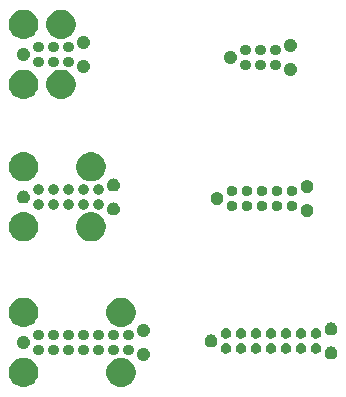
<source format=gbr>
G04 #@! TF.GenerationSoftware,KiCad,Pcbnew,(5.1.0-rc1-9-g8f320697a)*
G04 #@! TF.CreationDate,2019-03-02T18:11:08+09:00
G04 #@! TF.ProjectId,Tag_Connect_KiC,5461675f-436f-46e6-9e65-63745f4b6943,rev?*
G04 #@! TF.SameCoordinates,Original*
G04 #@! TF.FileFunction,Soldermask,Top*
G04 #@! TF.FilePolarity,Negative*
%FSLAX46Y46*%
G04 Gerber Fmt 4.6, Leading zero omitted, Abs format (unit mm)*
G04 Created by KiCad (PCBNEW (5.1.0-rc1-9-g8f320697a)) date 2019-03-02 18:11:08*
%MOMM*%
%LPD*%
G04 APERTURE LIST*
%ADD10C,0.100000*%
G04 APERTURE END LIST*
D10*
G36*
X111366610Y-93019347D02*
G01*
X111486242Y-93043143D01*
X111542155Y-93066303D01*
X111704372Y-93133495D01*
X111711626Y-93136500D01*
X111914466Y-93272033D01*
X112086967Y-93444534D01*
X112222500Y-93647374D01*
X112315857Y-93872758D01*
X112363450Y-94112023D01*
X112363450Y-94355977D01*
X112315857Y-94595242D01*
X112222500Y-94820626D01*
X112086967Y-95023466D01*
X111914466Y-95195967D01*
X111711626Y-95331500D01*
X111486242Y-95424857D01*
X111366610Y-95448653D01*
X111246978Y-95472450D01*
X111003022Y-95472450D01*
X110883391Y-95448654D01*
X110763758Y-95424857D01*
X110538374Y-95331500D01*
X110335534Y-95195967D01*
X110163033Y-95023466D01*
X110027500Y-94820626D01*
X109934143Y-94595242D01*
X109886550Y-94355977D01*
X109886550Y-94112023D01*
X109934143Y-93872758D01*
X110027500Y-93647374D01*
X110163033Y-93444534D01*
X110335534Y-93272033D01*
X110538374Y-93136500D01*
X110545629Y-93133495D01*
X110707845Y-93066303D01*
X110763758Y-93043143D01*
X110883390Y-93019347D01*
X111003022Y-92995550D01*
X111246978Y-92995550D01*
X111366610Y-93019347D01*
X111366610Y-93019347D01*
G37*
G36*
X103111610Y-93019347D02*
G01*
X103231242Y-93043143D01*
X103287155Y-93066303D01*
X103449372Y-93133495D01*
X103456626Y-93136500D01*
X103659466Y-93272033D01*
X103831967Y-93444534D01*
X103967500Y-93647374D01*
X104060857Y-93872758D01*
X104108450Y-94112023D01*
X104108450Y-94355977D01*
X104060857Y-94595242D01*
X103967500Y-94820626D01*
X103831967Y-95023466D01*
X103659466Y-95195967D01*
X103456626Y-95331500D01*
X103231242Y-95424857D01*
X103111610Y-95448653D01*
X102991978Y-95472450D01*
X102748022Y-95472450D01*
X102628391Y-95448654D01*
X102508758Y-95424857D01*
X102283374Y-95331500D01*
X102080534Y-95195967D01*
X101908033Y-95023466D01*
X101772500Y-94820626D01*
X101679143Y-94595242D01*
X101631550Y-94355977D01*
X101631550Y-94112023D01*
X101679143Y-93872758D01*
X101772500Y-93647374D01*
X101908033Y-93444534D01*
X102080534Y-93272033D01*
X102283374Y-93136500D01*
X102290629Y-93133495D01*
X102452845Y-93066303D01*
X102508758Y-93043143D01*
X102628390Y-93019347D01*
X102748022Y-92995550D01*
X102991978Y-92995550D01*
X103111610Y-93019347D01*
X103111610Y-93019347D01*
G37*
G36*
X113189408Y-92183501D02*
G01*
X113288863Y-92224697D01*
X113288865Y-92224698D01*
X113333923Y-92254805D01*
X113378372Y-92284505D01*
X113454495Y-92360628D01*
X113514303Y-92450137D01*
X113555499Y-92549592D01*
X113576500Y-92655173D01*
X113576500Y-92762827D01*
X113555499Y-92868408D01*
X113514303Y-92967863D01*
X113454495Y-93057372D01*
X113378372Y-93133495D01*
X113333923Y-93163195D01*
X113288865Y-93193302D01*
X113288864Y-93193303D01*
X113288863Y-93193303D01*
X113189408Y-93234499D01*
X113083827Y-93255500D01*
X112976173Y-93255500D01*
X112870592Y-93234499D01*
X112771137Y-93193303D01*
X112771136Y-93193303D01*
X112771135Y-93193302D01*
X112726077Y-93163195D01*
X112681628Y-93133495D01*
X112605505Y-93057372D01*
X112545697Y-92967863D01*
X112504501Y-92868408D01*
X112483500Y-92762827D01*
X112483500Y-92655173D01*
X112504501Y-92549592D01*
X112545697Y-92450137D01*
X112605505Y-92360628D01*
X112681628Y-92284505D01*
X112726077Y-92254805D01*
X112771135Y-92224698D01*
X112771137Y-92224697D01*
X112870592Y-92183501D01*
X112976173Y-92162500D01*
X113083827Y-92162500D01*
X113189408Y-92183501D01*
X113189408Y-92183501D01*
G37*
G36*
X129064408Y-92056501D02*
G01*
X129163863Y-92097697D01*
X129163865Y-92097698D01*
X129208923Y-92127805D01*
X129253372Y-92157505D01*
X129329495Y-92233628D01*
X129389303Y-92323137D01*
X129430499Y-92422592D01*
X129451500Y-92528173D01*
X129451500Y-92635827D01*
X129430499Y-92741408D01*
X129389303Y-92840863D01*
X129389302Y-92840865D01*
X129329494Y-92930373D01*
X129253373Y-93006494D01*
X129163865Y-93066302D01*
X129163864Y-93066303D01*
X129163863Y-93066303D01*
X129064408Y-93107499D01*
X128958827Y-93128500D01*
X128851173Y-93128500D01*
X128745592Y-93107499D01*
X128646137Y-93066303D01*
X128646136Y-93066303D01*
X128646135Y-93066302D01*
X128556627Y-93006494D01*
X128480506Y-92930373D01*
X128420698Y-92840865D01*
X128420697Y-92840863D01*
X128379501Y-92741408D01*
X128358500Y-92635827D01*
X128358500Y-92528173D01*
X128379501Y-92422592D01*
X128420697Y-92323137D01*
X128480505Y-92233628D01*
X128556628Y-92157505D01*
X128601077Y-92127805D01*
X128646135Y-92097698D01*
X128646137Y-92097697D01*
X128745592Y-92056501D01*
X128851173Y-92035500D01*
X128958827Y-92035500D01*
X129064408Y-92056501D01*
X129064408Y-92056501D01*
G37*
G36*
X106809656Y-91901581D02*
G01*
X106890548Y-91935088D01*
X106890550Y-91935089D01*
X106963352Y-91983734D01*
X107025266Y-92045648D01*
X107073912Y-92118452D01*
X107107419Y-92199344D01*
X107124500Y-92285219D01*
X107124500Y-92372781D01*
X107107419Y-92458656D01*
X107078623Y-92528174D01*
X107073911Y-92539550D01*
X107025266Y-92612352D01*
X106963352Y-92674266D01*
X106890550Y-92722911D01*
X106890549Y-92722912D01*
X106890548Y-92722912D01*
X106809656Y-92756419D01*
X106723781Y-92773500D01*
X106636219Y-92773500D01*
X106550344Y-92756419D01*
X106469452Y-92722912D01*
X106469451Y-92722912D01*
X106469450Y-92722911D01*
X106396648Y-92674266D01*
X106334734Y-92612352D01*
X106286089Y-92539550D01*
X106281377Y-92528174D01*
X106252581Y-92458656D01*
X106235500Y-92372781D01*
X106235500Y-92285219D01*
X106252581Y-92199344D01*
X106286088Y-92118452D01*
X106334734Y-92045648D01*
X106396648Y-91983734D01*
X106469450Y-91935089D01*
X106469452Y-91935088D01*
X106550344Y-91901581D01*
X106636219Y-91884500D01*
X106723781Y-91884500D01*
X106809656Y-91901581D01*
X106809656Y-91901581D01*
G37*
G36*
X105539656Y-91901581D02*
G01*
X105620548Y-91935088D01*
X105620550Y-91935089D01*
X105693352Y-91983734D01*
X105755266Y-92045648D01*
X105803912Y-92118452D01*
X105837419Y-92199344D01*
X105854500Y-92285219D01*
X105854500Y-92372781D01*
X105837419Y-92458656D01*
X105808623Y-92528174D01*
X105803911Y-92539550D01*
X105755266Y-92612352D01*
X105693352Y-92674266D01*
X105620550Y-92722911D01*
X105620549Y-92722912D01*
X105620548Y-92722912D01*
X105539656Y-92756419D01*
X105453781Y-92773500D01*
X105366219Y-92773500D01*
X105280344Y-92756419D01*
X105199452Y-92722912D01*
X105199451Y-92722912D01*
X105199450Y-92722911D01*
X105126648Y-92674266D01*
X105064734Y-92612352D01*
X105016089Y-92539550D01*
X105011377Y-92528174D01*
X104982581Y-92458656D01*
X104965500Y-92372781D01*
X104965500Y-92285219D01*
X104982581Y-92199344D01*
X105016088Y-92118452D01*
X105064734Y-92045648D01*
X105126648Y-91983734D01*
X105199450Y-91935089D01*
X105199452Y-91935088D01*
X105280344Y-91901581D01*
X105366219Y-91884500D01*
X105453781Y-91884500D01*
X105539656Y-91901581D01*
X105539656Y-91901581D01*
G37*
G36*
X104269656Y-91901581D02*
G01*
X104350548Y-91935088D01*
X104350550Y-91935089D01*
X104423352Y-91983734D01*
X104485266Y-92045648D01*
X104533912Y-92118452D01*
X104567419Y-92199344D01*
X104584500Y-92285219D01*
X104584500Y-92372781D01*
X104567419Y-92458656D01*
X104538623Y-92528174D01*
X104533911Y-92539550D01*
X104485266Y-92612352D01*
X104423352Y-92674266D01*
X104350550Y-92722911D01*
X104350549Y-92722912D01*
X104350548Y-92722912D01*
X104269656Y-92756419D01*
X104183781Y-92773500D01*
X104096219Y-92773500D01*
X104010344Y-92756419D01*
X103929452Y-92722912D01*
X103929451Y-92722912D01*
X103929450Y-92722911D01*
X103856648Y-92674266D01*
X103794734Y-92612352D01*
X103746089Y-92539550D01*
X103741377Y-92528174D01*
X103712581Y-92458656D01*
X103695500Y-92372781D01*
X103695500Y-92285219D01*
X103712581Y-92199344D01*
X103746088Y-92118452D01*
X103794734Y-92045648D01*
X103856648Y-91983734D01*
X103929450Y-91935089D01*
X103929452Y-91935088D01*
X104010344Y-91901581D01*
X104096219Y-91884500D01*
X104183781Y-91884500D01*
X104269656Y-91901581D01*
X104269656Y-91901581D01*
G37*
G36*
X108079656Y-91901581D02*
G01*
X108160548Y-91935088D01*
X108160550Y-91935089D01*
X108233352Y-91983734D01*
X108295266Y-92045648D01*
X108343912Y-92118452D01*
X108377419Y-92199344D01*
X108394500Y-92285219D01*
X108394500Y-92372781D01*
X108377419Y-92458656D01*
X108348623Y-92528174D01*
X108343911Y-92539550D01*
X108295266Y-92612352D01*
X108233352Y-92674266D01*
X108160550Y-92722911D01*
X108160549Y-92722912D01*
X108160548Y-92722912D01*
X108079656Y-92756419D01*
X107993781Y-92773500D01*
X107906219Y-92773500D01*
X107820344Y-92756419D01*
X107739452Y-92722912D01*
X107739451Y-92722912D01*
X107739450Y-92722911D01*
X107666648Y-92674266D01*
X107604734Y-92612352D01*
X107556089Y-92539550D01*
X107551377Y-92528174D01*
X107522581Y-92458656D01*
X107505500Y-92372781D01*
X107505500Y-92285219D01*
X107522581Y-92199344D01*
X107556088Y-92118452D01*
X107604734Y-92045648D01*
X107666648Y-91983734D01*
X107739450Y-91935089D01*
X107739452Y-91935088D01*
X107820344Y-91901581D01*
X107906219Y-91884500D01*
X107993781Y-91884500D01*
X108079656Y-91901581D01*
X108079656Y-91901581D01*
G37*
G36*
X111889656Y-91901581D02*
G01*
X111970548Y-91935088D01*
X111970550Y-91935089D01*
X112043352Y-91983734D01*
X112105266Y-92045648D01*
X112153912Y-92118452D01*
X112187419Y-92199344D01*
X112204500Y-92285219D01*
X112204500Y-92372781D01*
X112187419Y-92458656D01*
X112158623Y-92528174D01*
X112153911Y-92539550D01*
X112105266Y-92612352D01*
X112043352Y-92674266D01*
X111970550Y-92722911D01*
X111970549Y-92722912D01*
X111970548Y-92722912D01*
X111889656Y-92756419D01*
X111803781Y-92773500D01*
X111716219Y-92773500D01*
X111630344Y-92756419D01*
X111549452Y-92722912D01*
X111549451Y-92722912D01*
X111549450Y-92722911D01*
X111476648Y-92674266D01*
X111414734Y-92612352D01*
X111366089Y-92539550D01*
X111361377Y-92528174D01*
X111332581Y-92458656D01*
X111315500Y-92372781D01*
X111315500Y-92285219D01*
X111332581Y-92199344D01*
X111366088Y-92118452D01*
X111414734Y-92045648D01*
X111476648Y-91983734D01*
X111549450Y-91935089D01*
X111549452Y-91935088D01*
X111630344Y-91901581D01*
X111716219Y-91884500D01*
X111803781Y-91884500D01*
X111889656Y-91901581D01*
X111889656Y-91901581D01*
G37*
G36*
X110619656Y-91901581D02*
G01*
X110700548Y-91935088D01*
X110700550Y-91935089D01*
X110773352Y-91983734D01*
X110835266Y-92045648D01*
X110883912Y-92118452D01*
X110917419Y-92199344D01*
X110934500Y-92285219D01*
X110934500Y-92372781D01*
X110917419Y-92458656D01*
X110888623Y-92528174D01*
X110883911Y-92539550D01*
X110835266Y-92612352D01*
X110773352Y-92674266D01*
X110700550Y-92722911D01*
X110700549Y-92722912D01*
X110700548Y-92722912D01*
X110619656Y-92756419D01*
X110533781Y-92773500D01*
X110446219Y-92773500D01*
X110360344Y-92756419D01*
X110279452Y-92722912D01*
X110279451Y-92722912D01*
X110279450Y-92722911D01*
X110206648Y-92674266D01*
X110144734Y-92612352D01*
X110096089Y-92539550D01*
X110091377Y-92528174D01*
X110062581Y-92458656D01*
X110045500Y-92372781D01*
X110045500Y-92285219D01*
X110062581Y-92199344D01*
X110096088Y-92118452D01*
X110144734Y-92045648D01*
X110206648Y-91983734D01*
X110279450Y-91935089D01*
X110279452Y-91935088D01*
X110360344Y-91901581D01*
X110446219Y-91884500D01*
X110533781Y-91884500D01*
X110619656Y-91901581D01*
X110619656Y-91901581D01*
G37*
G36*
X109349656Y-91901581D02*
G01*
X109430548Y-91935088D01*
X109430550Y-91935089D01*
X109503352Y-91983734D01*
X109565266Y-92045648D01*
X109613912Y-92118452D01*
X109647419Y-92199344D01*
X109664500Y-92285219D01*
X109664500Y-92372781D01*
X109647419Y-92458656D01*
X109618623Y-92528174D01*
X109613911Y-92539550D01*
X109565266Y-92612352D01*
X109503352Y-92674266D01*
X109430550Y-92722911D01*
X109430549Y-92722912D01*
X109430548Y-92722912D01*
X109349656Y-92756419D01*
X109263781Y-92773500D01*
X109176219Y-92773500D01*
X109090344Y-92756419D01*
X109009452Y-92722912D01*
X109009451Y-92722912D01*
X109009450Y-92722911D01*
X108936648Y-92674266D01*
X108874734Y-92612352D01*
X108826089Y-92539550D01*
X108821377Y-92528174D01*
X108792581Y-92458656D01*
X108775500Y-92372781D01*
X108775500Y-92285219D01*
X108792581Y-92199344D01*
X108826088Y-92118452D01*
X108874734Y-92045648D01*
X108936648Y-91983734D01*
X109009450Y-91935089D01*
X109009452Y-91935088D01*
X109090344Y-91901581D01*
X109176219Y-91884500D01*
X109263781Y-91884500D01*
X109349656Y-91901581D01*
X109349656Y-91901581D01*
G37*
G36*
X123954656Y-91774581D02*
G01*
X124035548Y-91808088D01*
X124035550Y-91808089D01*
X124103374Y-91853408D01*
X124108352Y-91856734D01*
X124170266Y-91918648D01*
X124218912Y-91991452D01*
X124252419Y-92072344D01*
X124269500Y-92158219D01*
X124269500Y-92245781D01*
X124252419Y-92331656D01*
X124235384Y-92372781D01*
X124218911Y-92412550D01*
X124170266Y-92485352D01*
X124108352Y-92547266D01*
X124035550Y-92595911D01*
X124035549Y-92595912D01*
X124035548Y-92595912D01*
X123954656Y-92629419D01*
X123868781Y-92646500D01*
X123781219Y-92646500D01*
X123695344Y-92629419D01*
X123614452Y-92595912D01*
X123614451Y-92595912D01*
X123614450Y-92595911D01*
X123541648Y-92547266D01*
X123479734Y-92485352D01*
X123431089Y-92412550D01*
X123414616Y-92372781D01*
X123397581Y-92331656D01*
X123380500Y-92245781D01*
X123380500Y-92158219D01*
X123397581Y-92072344D01*
X123431088Y-91991452D01*
X123479734Y-91918648D01*
X123541648Y-91856734D01*
X123546626Y-91853408D01*
X123614450Y-91808089D01*
X123614452Y-91808088D01*
X123695344Y-91774581D01*
X123781219Y-91757500D01*
X123868781Y-91757500D01*
X123954656Y-91774581D01*
X123954656Y-91774581D01*
G37*
G36*
X127764656Y-91774581D02*
G01*
X127845548Y-91808088D01*
X127845550Y-91808089D01*
X127913374Y-91853408D01*
X127918352Y-91856734D01*
X127980266Y-91918648D01*
X128028912Y-91991452D01*
X128062419Y-92072344D01*
X128079500Y-92158219D01*
X128079500Y-92245781D01*
X128062419Y-92331656D01*
X128045384Y-92372781D01*
X128028911Y-92412550D01*
X127980266Y-92485352D01*
X127918352Y-92547266D01*
X127845550Y-92595911D01*
X127845549Y-92595912D01*
X127845548Y-92595912D01*
X127764656Y-92629419D01*
X127678781Y-92646500D01*
X127591219Y-92646500D01*
X127505344Y-92629419D01*
X127424452Y-92595912D01*
X127424451Y-92595912D01*
X127424450Y-92595911D01*
X127351648Y-92547266D01*
X127289734Y-92485352D01*
X127241089Y-92412550D01*
X127224616Y-92372781D01*
X127207581Y-92331656D01*
X127190500Y-92245781D01*
X127190500Y-92158219D01*
X127207581Y-92072344D01*
X127241088Y-91991452D01*
X127289734Y-91918648D01*
X127351648Y-91856734D01*
X127356626Y-91853408D01*
X127424450Y-91808089D01*
X127424452Y-91808088D01*
X127505344Y-91774581D01*
X127591219Y-91757500D01*
X127678781Y-91757500D01*
X127764656Y-91774581D01*
X127764656Y-91774581D01*
G37*
G36*
X126494656Y-91774581D02*
G01*
X126575548Y-91808088D01*
X126575550Y-91808089D01*
X126643374Y-91853408D01*
X126648352Y-91856734D01*
X126710266Y-91918648D01*
X126758912Y-91991452D01*
X126792419Y-92072344D01*
X126809500Y-92158219D01*
X126809500Y-92245781D01*
X126792419Y-92331656D01*
X126775384Y-92372781D01*
X126758911Y-92412550D01*
X126710266Y-92485352D01*
X126648352Y-92547266D01*
X126575550Y-92595911D01*
X126575549Y-92595912D01*
X126575548Y-92595912D01*
X126494656Y-92629419D01*
X126408781Y-92646500D01*
X126321219Y-92646500D01*
X126235344Y-92629419D01*
X126154452Y-92595912D01*
X126154451Y-92595912D01*
X126154450Y-92595911D01*
X126081648Y-92547266D01*
X126019734Y-92485352D01*
X125971089Y-92412550D01*
X125954616Y-92372781D01*
X125937581Y-92331656D01*
X125920500Y-92245781D01*
X125920500Y-92158219D01*
X125937581Y-92072344D01*
X125971088Y-91991452D01*
X126019734Y-91918648D01*
X126081648Y-91856734D01*
X126086626Y-91853408D01*
X126154450Y-91808089D01*
X126154452Y-91808088D01*
X126235344Y-91774581D01*
X126321219Y-91757500D01*
X126408781Y-91757500D01*
X126494656Y-91774581D01*
X126494656Y-91774581D01*
G37*
G36*
X125224656Y-91774581D02*
G01*
X125305548Y-91808088D01*
X125305550Y-91808089D01*
X125373374Y-91853408D01*
X125378352Y-91856734D01*
X125440266Y-91918648D01*
X125488912Y-91991452D01*
X125522419Y-92072344D01*
X125539500Y-92158219D01*
X125539500Y-92245781D01*
X125522419Y-92331656D01*
X125505384Y-92372781D01*
X125488911Y-92412550D01*
X125440266Y-92485352D01*
X125378352Y-92547266D01*
X125305550Y-92595911D01*
X125305549Y-92595912D01*
X125305548Y-92595912D01*
X125224656Y-92629419D01*
X125138781Y-92646500D01*
X125051219Y-92646500D01*
X124965344Y-92629419D01*
X124884452Y-92595912D01*
X124884451Y-92595912D01*
X124884450Y-92595911D01*
X124811648Y-92547266D01*
X124749734Y-92485352D01*
X124701089Y-92412550D01*
X124684616Y-92372781D01*
X124667581Y-92331656D01*
X124650500Y-92245781D01*
X124650500Y-92158219D01*
X124667581Y-92072344D01*
X124701088Y-91991452D01*
X124749734Y-91918648D01*
X124811648Y-91856734D01*
X124816626Y-91853408D01*
X124884450Y-91808089D01*
X124884452Y-91808088D01*
X124965344Y-91774581D01*
X125051219Y-91757500D01*
X125138781Y-91757500D01*
X125224656Y-91774581D01*
X125224656Y-91774581D01*
G37*
G36*
X122684656Y-91774581D02*
G01*
X122765548Y-91808088D01*
X122765550Y-91808089D01*
X122833374Y-91853408D01*
X122838352Y-91856734D01*
X122900266Y-91918648D01*
X122948912Y-91991452D01*
X122982419Y-92072344D01*
X122999500Y-92158219D01*
X122999500Y-92245781D01*
X122982419Y-92331656D01*
X122965384Y-92372781D01*
X122948911Y-92412550D01*
X122900266Y-92485352D01*
X122838352Y-92547266D01*
X122765550Y-92595911D01*
X122765549Y-92595912D01*
X122765548Y-92595912D01*
X122684656Y-92629419D01*
X122598781Y-92646500D01*
X122511219Y-92646500D01*
X122425344Y-92629419D01*
X122344452Y-92595912D01*
X122344451Y-92595912D01*
X122344450Y-92595911D01*
X122271648Y-92547266D01*
X122209734Y-92485352D01*
X122161089Y-92412550D01*
X122144616Y-92372781D01*
X122127581Y-92331656D01*
X122110500Y-92245781D01*
X122110500Y-92158219D01*
X122127581Y-92072344D01*
X122161088Y-91991452D01*
X122209734Y-91918648D01*
X122271648Y-91856734D01*
X122276626Y-91853408D01*
X122344450Y-91808089D01*
X122344452Y-91808088D01*
X122425344Y-91774581D01*
X122511219Y-91757500D01*
X122598781Y-91757500D01*
X122684656Y-91774581D01*
X122684656Y-91774581D01*
G37*
G36*
X121414656Y-91774581D02*
G01*
X121495548Y-91808088D01*
X121495550Y-91808089D01*
X121563374Y-91853408D01*
X121568352Y-91856734D01*
X121630266Y-91918648D01*
X121678912Y-91991452D01*
X121712419Y-92072344D01*
X121729500Y-92158219D01*
X121729500Y-92245781D01*
X121712419Y-92331656D01*
X121695384Y-92372781D01*
X121678911Y-92412550D01*
X121630266Y-92485352D01*
X121568352Y-92547266D01*
X121495550Y-92595911D01*
X121495549Y-92595912D01*
X121495548Y-92595912D01*
X121414656Y-92629419D01*
X121328781Y-92646500D01*
X121241219Y-92646500D01*
X121155344Y-92629419D01*
X121074452Y-92595912D01*
X121074451Y-92595912D01*
X121074450Y-92595911D01*
X121001648Y-92547266D01*
X120939734Y-92485352D01*
X120891089Y-92412550D01*
X120874616Y-92372781D01*
X120857581Y-92331656D01*
X120840500Y-92245781D01*
X120840500Y-92158219D01*
X120857581Y-92072344D01*
X120891088Y-91991452D01*
X120939734Y-91918648D01*
X121001648Y-91856734D01*
X121006626Y-91853408D01*
X121074450Y-91808089D01*
X121074452Y-91808088D01*
X121155344Y-91774581D01*
X121241219Y-91757500D01*
X121328781Y-91757500D01*
X121414656Y-91774581D01*
X121414656Y-91774581D01*
G37*
G36*
X120144656Y-91774581D02*
G01*
X120225548Y-91808088D01*
X120225550Y-91808089D01*
X120293374Y-91853408D01*
X120298352Y-91856734D01*
X120360266Y-91918648D01*
X120408912Y-91991452D01*
X120442419Y-92072344D01*
X120459500Y-92158219D01*
X120459500Y-92245781D01*
X120442419Y-92331656D01*
X120425384Y-92372781D01*
X120408911Y-92412550D01*
X120360266Y-92485352D01*
X120298352Y-92547266D01*
X120225550Y-92595911D01*
X120225549Y-92595912D01*
X120225548Y-92595912D01*
X120144656Y-92629419D01*
X120058781Y-92646500D01*
X119971219Y-92646500D01*
X119885344Y-92629419D01*
X119804452Y-92595912D01*
X119804451Y-92595912D01*
X119804450Y-92595911D01*
X119731648Y-92547266D01*
X119669734Y-92485352D01*
X119621089Y-92412550D01*
X119604616Y-92372781D01*
X119587581Y-92331656D01*
X119570500Y-92245781D01*
X119570500Y-92158219D01*
X119587581Y-92072344D01*
X119621088Y-91991452D01*
X119669734Y-91918648D01*
X119731648Y-91856734D01*
X119736626Y-91853408D01*
X119804450Y-91808089D01*
X119804452Y-91808088D01*
X119885344Y-91774581D01*
X119971219Y-91757500D01*
X120058781Y-91757500D01*
X120144656Y-91774581D01*
X120144656Y-91774581D01*
G37*
G36*
X103029408Y-91168501D02*
G01*
X103128863Y-91209697D01*
X103128865Y-91209698D01*
X103152514Y-91225500D01*
X103218372Y-91269505D01*
X103294495Y-91345628D01*
X103354303Y-91435137D01*
X103395499Y-91534592D01*
X103416500Y-91640173D01*
X103416500Y-91747827D01*
X103395499Y-91853408D01*
X103354303Y-91952863D01*
X103299087Y-92035500D01*
X103294494Y-92042373D01*
X103218373Y-92118494D01*
X103128865Y-92178302D01*
X103128864Y-92178303D01*
X103128863Y-92178303D01*
X103029408Y-92219499D01*
X102923827Y-92240500D01*
X102816173Y-92240500D01*
X102710592Y-92219499D01*
X102611137Y-92178303D01*
X102611136Y-92178303D01*
X102611135Y-92178302D01*
X102521627Y-92118494D01*
X102445506Y-92042373D01*
X102440914Y-92035500D01*
X102385697Y-91952863D01*
X102344501Y-91853408D01*
X102323500Y-91747827D01*
X102323500Y-91640173D01*
X102344501Y-91534592D01*
X102385697Y-91435137D01*
X102445505Y-91345628D01*
X102521628Y-91269505D01*
X102587486Y-91225500D01*
X102611135Y-91209698D01*
X102611137Y-91209697D01*
X102710592Y-91168501D01*
X102816173Y-91147500D01*
X102923827Y-91147500D01*
X103029408Y-91168501D01*
X103029408Y-91168501D01*
G37*
G36*
X118904408Y-91041501D02*
G01*
X119003863Y-91082697D01*
X119003865Y-91082698D01*
X119048923Y-91112805D01*
X119093372Y-91142505D01*
X119169495Y-91218628D01*
X119229303Y-91308137D01*
X119270499Y-91407592D01*
X119291500Y-91513173D01*
X119291500Y-91620827D01*
X119270499Y-91726408D01*
X119236665Y-91808089D01*
X119229302Y-91825865D01*
X119169494Y-91915373D01*
X119093373Y-91991494D01*
X119003865Y-92051302D01*
X119003864Y-92051303D01*
X119003863Y-92051303D01*
X118904408Y-92092499D01*
X118798827Y-92113500D01*
X118691173Y-92113500D01*
X118585592Y-92092499D01*
X118486137Y-92051303D01*
X118486136Y-92051303D01*
X118486135Y-92051302D01*
X118396627Y-91991494D01*
X118320506Y-91915373D01*
X118260698Y-91825865D01*
X118253335Y-91808089D01*
X118219501Y-91726408D01*
X118198500Y-91620827D01*
X118198500Y-91513173D01*
X118219501Y-91407592D01*
X118260697Y-91308137D01*
X118320505Y-91218628D01*
X118396628Y-91142505D01*
X118441077Y-91112805D01*
X118486135Y-91082698D01*
X118486137Y-91082697D01*
X118585592Y-91041501D01*
X118691173Y-91020500D01*
X118798827Y-91020500D01*
X118904408Y-91041501D01*
X118904408Y-91041501D01*
G37*
G36*
X109349656Y-90631581D02*
G01*
X109430548Y-90665088D01*
X109430550Y-90665089D01*
X109499871Y-90711408D01*
X109503352Y-90713734D01*
X109565266Y-90775648D01*
X109613912Y-90848452D01*
X109647419Y-90929344D01*
X109664500Y-91015219D01*
X109664500Y-91102781D01*
X109647419Y-91188656D01*
X109613930Y-91269505D01*
X109613911Y-91269550D01*
X109565266Y-91342352D01*
X109503352Y-91404266D01*
X109430550Y-91452911D01*
X109430549Y-91452912D01*
X109430548Y-91452912D01*
X109349656Y-91486419D01*
X109263781Y-91503500D01*
X109176219Y-91503500D01*
X109090344Y-91486419D01*
X109009452Y-91452912D01*
X109009451Y-91452912D01*
X109009450Y-91452911D01*
X108936648Y-91404266D01*
X108874734Y-91342352D01*
X108826089Y-91269550D01*
X108826070Y-91269505D01*
X108792581Y-91188656D01*
X108775500Y-91102781D01*
X108775500Y-91015219D01*
X108792581Y-90929344D01*
X108826088Y-90848452D01*
X108874734Y-90775648D01*
X108936648Y-90713734D01*
X108940129Y-90711408D01*
X109009450Y-90665089D01*
X109009452Y-90665088D01*
X109090344Y-90631581D01*
X109176219Y-90614500D01*
X109263781Y-90614500D01*
X109349656Y-90631581D01*
X109349656Y-90631581D01*
G37*
G36*
X110619656Y-90631581D02*
G01*
X110700548Y-90665088D01*
X110700550Y-90665089D01*
X110769871Y-90711408D01*
X110773352Y-90713734D01*
X110835266Y-90775648D01*
X110883912Y-90848452D01*
X110917419Y-90929344D01*
X110934500Y-91015219D01*
X110934500Y-91102781D01*
X110917419Y-91188656D01*
X110883930Y-91269505D01*
X110883911Y-91269550D01*
X110835266Y-91342352D01*
X110773352Y-91404266D01*
X110700550Y-91452911D01*
X110700549Y-91452912D01*
X110700548Y-91452912D01*
X110619656Y-91486419D01*
X110533781Y-91503500D01*
X110446219Y-91503500D01*
X110360344Y-91486419D01*
X110279452Y-91452912D01*
X110279451Y-91452912D01*
X110279450Y-91452911D01*
X110206648Y-91404266D01*
X110144734Y-91342352D01*
X110096089Y-91269550D01*
X110096070Y-91269505D01*
X110062581Y-91188656D01*
X110045500Y-91102781D01*
X110045500Y-91015219D01*
X110062581Y-90929344D01*
X110096088Y-90848452D01*
X110144734Y-90775648D01*
X110206648Y-90713734D01*
X110210129Y-90711408D01*
X110279450Y-90665089D01*
X110279452Y-90665088D01*
X110360344Y-90631581D01*
X110446219Y-90614500D01*
X110533781Y-90614500D01*
X110619656Y-90631581D01*
X110619656Y-90631581D01*
G37*
G36*
X111889656Y-90631581D02*
G01*
X111970548Y-90665088D01*
X111970550Y-90665089D01*
X112039871Y-90711408D01*
X112043352Y-90713734D01*
X112105266Y-90775648D01*
X112153912Y-90848452D01*
X112187419Y-90929344D01*
X112204500Y-91015219D01*
X112204500Y-91102781D01*
X112187419Y-91188656D01*
X112153930Y-91269505D01*
X112153911Y-91269550D01*
X112105266Y-91342352D01*
X112043352Y-91404266D01*
X111970550Y-91452911D01*
X111970549Y-91452912D01*
X111970548Y-91452912D01*
X111889656Y-91486419D01*
X111803781Y-91503500D01*
X111716219Y-91503500D01*
X111630344Y-91486419D01*
X111549452Y-91452912D01*
X111549451Y-91452912D01*
X111549450Y-91452911D01*
X111476648Y-91404266D01*
X111414734Y-91342352D01*
X111366089Y-91269550D01*
X111366070Y-91269505D01*
X111332581Y-91188656D01*
X111315500Y-91102781D01*
X111315500Y-91015219D01*
X111332581Y-90929344D01*
X111366088Y-90848452D01*
X111414734Y-90775648D01*
X111476648Y-90713734D01*
X111480129Y-90711408D01*
X111549450Y-90665089D01*
X111549452Y-90665088D01*
X111630344Y-90631581D01*
X111716219Y-90614500D01*
X111803781Y-90614500D01*
X111889656Y-90631581D01*
X111889656Y-90631581D01*
G37*
G36*
X108079656Y-90631581D02*
G01*
X108160548Y-90665088D01*
X108160550Y-90665089D01*
X108229871Y-90711408D01*
X108233352Y-90713734D01*
X108295266Y-90775648D01*
X108343912Y-90848452D01*
X108377419Y-90929344D01*
X108394500Y-91015219D01*
X108394500Y-91102781D01*
X108377419Y-91188656D01*
X108343930Y-91269505D01*
X108343911Y-91269550D01*
X108295266Y-91342352D01*
X108233352Y-91404266D01*
X108160550Y-91452911D01*
X108160549Y-91452912D01*
X108160548Y-91452912D01*
X108079656Y-91486419D01*
X107993781Y-91503500D01*
X107906219Y-91503500D01*
X107820344Y-91486419D01*
X107739452Y-91452912D01*
X107739451Y-91452912D01*
X107739450Y-91452911D01*
X107666648Y-91404266D01*
X107604734Y-91342352D01*
X107556089Y-91269550D01*
X107556070Y-91269505D01*
X107522581Y-91188656D01*
X107505500Y-91102781D01*
X107505500Y-91015219D01*
X107522581Y-90929344D01*
X107556088Y-90848452D01*
X107604734Y-90775648D01*
X107666648Y-90713734D01*
X107670129Y-90711408D01*
X107739450Y-90665089D01*
X107739452Y-90665088D01*
X107820344Y-90631581D01*
X107906219Y-90614500D01*
X107993781Y-90614500D01*
X108079656Y-90631581D01*
X108079656Y-90631581D01*
G37*
G36*
X106809656Y-90631581D02*
G01*
X106890548Y-90665088D01*
X106890550Y-90665089D01*
X106959871Y-90711408D01*
X106963352Y-90713734D01*
X107025266Y-90775648D01*
X107073912Y-90848452D01*
X107107419Y-90929344D01*
X107124500Y-91015219D01*
X107124500Y-91102781D01*
X107107419Y-91188656D01*
X107073930Y-91269505D01*
X107073911Y-91269550D01*
X107025266Y-91342352D01*
X106963352Y-91404266D01*
X106890550Y-91452911D01*
X106890549Y-91452912D01*
X106890548Y-91452912D01*
X106809656Y-91486419D01*
X106723781Y-91503500D01*
X106636219Y-91503500D01*
X106550344Y-91486419D01*
X106469452Y-91452912D01*
X106469451Y-91452912D01*
X106469450Y-91452911D01*
X106396648Y-91404266D01*
X106334734Y-91342352D01*
X106286089Y-91269550D01*
X106286070Y-91269505D01*
X106252581Y-91188656D01*
X106235500Y-91102781D01*
X106235500Y-91015219D01*
X106252581Y-90929344D01*
X106286088Y-90848452D01*
X106334734Y-90775648D01*
X106396648Y-90713734D01*
X106400129Y-90711408D01*
X106469450Y-90665089D01*
X106469452Y-90665088D01*
X106550344Y-90631581D01*
X106636219Y-90614500D01*
X106723781Y-90614500D01*
X106809656Y-90631581D01*
X106809656Y-90631581D01*
G37*
G36*
X105539656Y-90631581D02*
G01*
X105620548Y-90665088D01*
X105620550Y-90665089D01*
X105689871Y-90711408D01*
X105693352Y-90713734D01*
X105755266Y-90775648D01*
X105803912Y-90848452D01*
X105837419Y-90929344D01*
X105854500Y-91015219D01*
X105854500Y-91102781D01*
X105837419Y-91188656D01*
X105803930Y-91269505D01*
X105803911Y-91269550D01*
X105755266Y-91342352D01*
X105693352Y-91404266D01*
X105620550Y-91452911D01*
X105620549Y-91452912D01*
X105620548Y-91452912D01*
X105539656Y-91486419D01*
X105453781Y-91503500D01*
X105366219Y-91503500D01*
X105280344Y-91486419D01*
X105199452Y-91452912D01*
X105199451Y-91452912D01*
X105199450Y-91452911D01*
X105126648Y-91404266D01*
X105064734Y-91342352D01*
X105016089Y-91269550D01*
X105016070Y-91269505D01*
X104982581Y-91188656D01*
X104965500Y-91102781D01*
X104965500Y-91015219D01*
X104982581Y-90929344D01*
X105016088Y-90848452D01*
X105064734Y-90775648D01*
X105126648Y-90713734D01*
X105130129Y-90711408D01*
X105199450Y-90665089D01*
X105199452Y-90665088D01*
X105280344Y-90631581D01*
X105366219Y-90614500D01*
X105453781Y-90614500D01*
X105539656Y-90631581D01*
X105539656Y-90631581D01*
G37*
G36*
X104269656Y-90631581D02*
G01*
X104350548Y-90665088D01*
X104350550Y-90665089D01*
X104419871Y-90711408D01*
X104423352Y-90713734D01*
X104485266Y-90775648D01*
X104533912Y-90848452D01*
X104567419Y-90929344D01*
X104584500Y-91015219D01*
X104584500Y-91102781D01*
X104567419Y-91188656D01*
X104533930Y-91269505D01*
X104533911Y-91269550D01*
X104485266Y-91342352D01*
X104423352Y-91404266D01*
X104350550Y-91452911D01*
X104350549Y-91452912D01*
X104350548Y-91452912D01*
X104269656Y-91486419D01*
X104183781Y-91503500D01*
X104096219Y-91503500D01*
X104010344Y-91486419D01*
X103929452Y-91452912D01*
X103929451Y-91452912D01*
X103929450Y-91452911D01*
X103856648Y-91404266D01*
X103794734Y-91342352D01*
X103746089Y-91269550D01*
X103746070Y-91269505D01*
X103712581Y-91188656D01*
X103695500Y-91102781D01*
X103695500Y-91015219D01*
X103712581Y-90929344D01*
X103746088Y-90848452D01*
X103794734Y-90775648D01*
X103856648Y-90713734D01*
X103860129Y-90711408D01*
X103929450Y-90665089D01*
X103929452Y-90665088D01*
X104010344Y-90631581D01*
X104096219Y-90614500D01*
X104183781Y-90614500D01*
X104269656Y-90631581D01*
X104269656Y-90631581D01*
G37*
G36*
X120144656Y-90504581D02*
G01*
X120225548Y-90538088D01*
X120225550Y-90538089D01*
X120298352Y-90586734D01*
X120360266Y-90648648D01*
X120408912Y-90721452D01*
X120442419Y-90802344D01*
X120459500Y-90888219D01*
X120459500Y-90975781D01*
X120442419Y-91061656D01*
X120425088Y-91103495D01*
X120408911Y-91142550D01*
X120360266Y-91215352D01*
X120298352Y-91277266D01*
X120225550Y-91325911D01*
X120225549Y-91325912D01*
X120225548Y-91325912D01*
X120144656Y-91359419D01*
X120058781Y-91376500D01*
X119971219Y-91376500D01*
X119885344Y-91359419D01*
X119804452Y-91325912D01*
X119804451Y-91325912D01*
X119804450Y-91325911D01*
X119731648Y-91277266D01*
X119669734Y-91215352D01*
X119621089Y-91142550D01*
X119604912Y-91103495D01*
X119587581Y-91061656D01*
X119570500Y-90975781D01*
X119570500Y-90888219D01*
X119587581Y-90802344D01*
X119621088Y-90721452D01*
X119669734Y-90648648D01*
X119731648Y-90586734D01*
X119804450Y-90538089D01*
X119804452Y-90538088D01*
X119885344Y-90504581D01*
X119971219Y-90487500D01*
X120058781Y-90487500D01*
X120144656Y-90504581D01*
X120144656Y-90504581D01*
G37*
G36*
X127764656Y-90504581D02*
G01*
X127845548Y-90538088D01*
X127845550Y-90538089D01*
X127918352Y-90586734D01*
X127980266Y-90648648D01*
X128028912Y-90721452D01*
X128062419Y-90802344D01*
X128079500Y-90888219D01*
X128079500Y-90975781D01*
X128062419Y-91061656D01*
X128045088Y-91103495D01*
X128028911Y-91142550D01*
X127980266Y-91215352D01*
X127918352Y-91277266D01*
X127845550Y-91325911D01*
X127845549Y-91325912D01*
X127845548Y-91325912D01*
X127764656Y-91359419D01*
X127678781Y-91376500D01*
X127591219Y-91376500D01*
X127505344Y-91359419D01*
X127424452Y-91325912D01*
X127424451Y-91325912D01*
X127424450Y-91325911D01*
X127351648Y-91277266D01*
X127289734Y-91215352D01*
X127241089Y-91142550D01*
X127224912Y-91103495D01*
X127207581Y-91061656D01*
X127190500Y-90975781D01*
X127190500Y-90888219D01*
X127207581Y-90802344D01*
X127241088Y-90721452D01*
X127289734Y-90648648D01*
X127351648Y-90586734D01*
X127424450Y-90538089D01*
X127424452Y-90538088D01*
X127505344Y-90504581D01*
X127591219Y-90487500D01*
X127678781Y-90487500D01*
X127764656Y-90504581D01*
X127764656Y-90504581D01*
G37*
G36*
X126494656Y-90504581D02*
G01*
X126575548Y-90538088D01*
X126575550Y-90538089D01*
X126648352Y-90586734D01*
X126710266Y-90648648D01*
X126758912Y-90721452D01*
X126792419Y-90802344D01*
X126809500Y-90888219D01*
X126809500Y-90975781D01*
X126792419Y-91061656D01*
X126775088Y-91103495D01*
X126758911Y-91142550D01*
X126710266Y-91215352D01*
X126648352Y-91277266D01*
X126575550Y-91325911D01*
X126575549Y-91325912D01*
X126575548Y-91325912D01*
X126494656Y-91359419D01*
X126408781Y-91376500D01*
X126321219Y-91376500D01*
X126235344Y-91359419D01*
X126154452Y-91325912D01*
X126154451Y-91325912D01*
X126154450Y-91325911D01*
X126081648Y-91277266D01*
X126019734Y-91215352D01*
X125971089Y-91142550D01*
X125954912Y-91103495D01*
X125937581Y-91061656D01*
X125920500Y-90975781D01*
X125920500Y-90888219D01*
X125937581Y-90802344D01*
X125971088Y-90721452D01*
X126019734Y-90648648D01*
X126081648Y-90586734D01*
X126154450Y-90538089D01*
X126154452Y-90538088D01*
X126235344Y-90504581D01*
X126321219Y-90487500D01*
X126408781Y-90487500D01*
X126494656Y-90504581D01*
X126494656Y-90504581D01*
G37*
G36*
X125224656Y-90504581D02*
G01*
X125305548Y-90538088D01*
X125305550Y-90538089D01*
X125378352Y-90586734D01*
X125440266Y-90648648D01*
X125488912Y-90721452D01*
X125522419Y-90802344D01*
X125539500Y-90888219D01*
X125539500Y-90975781D01*
X125522419Y-91061656D01*
X125505088Y-91103495D01*
X125488911Y-91142550D01*
X125440266Y-91215352D01*
X125378352Y-91277266D01*
X125305550Y-91325911D01*
X125305549Y-91325912D01*
X125305548Y-91325912D01*
X125224656Y-91359419D01*
X125138781Y-91376500D01*
X125051219Y-91376500D01*
X124965344Y-91359419D01*
X124884452Y-91325912D01*
X124884451Y-91325912D01*
X124884450Y-91325911D01*
X124811648Y-91277266D01*
X124749734Y-91215352D01*
X124701089Y-91142550D01*
X124684912Y-91103495D01*
X124667581Y-91061656D01*
X124650500Y-90975781D01*
X124650500Y-90888219D01*
X124667581Y-90802344D01*
X124701088Y-90721452D01*
X124749734Y-90648648D01*
X124811648Y-90586734D01*
X124884450Y-90538089D01*
X124884452Y-90538088D01*
X124965344Y-90504581D01*
X125051219Y-90487500D01*
X125138781Y-90487500D01*
X125224656Y-90504581D01*
X125224656Y-90504581D01*
G37*
G36*
X123954656Y-90504581D02*
G01*
X124035548Y-90538088D01*
X124035550Y-90538089D01*
X124108352Y-90586734D01*
X124170266Y-90648648D01*
X124218912Y-90721452D01*
X124252419Y-90802344D01*
X124269500Y-90888219D01*
X124269500Y-90975781D01*
X124252419Y-91061656D01*
X124235088Y-91103495D01*
X124218911Y-91142550D01*
X124170266Y-91215352D01*
X124108352Y-91277266D01*
X124035550Y-91325911D01*
X124035549Y-91325912D01*
X124035548Y-91325912D01*
X123954656Y-91359419D01*
X123868781Y-91376500D01*
X123781219Y-91376500D01*
X123695344Y-91359419D01*
X123614452Y-91325912D01*
X123614451Y-91325912D01*
X123614450Y-91325911D01*
X123541648Y-91277266D01*
X123479734Y-91215352D01*
X123431089Y-91142550D01*
X123414912Y-91103495D01*
X123397581Y-91061656D01*
X123380500Y-90975781D01*
X123380500Y-90888219D01*
X123397581Y-90802344D01*
X123431088Y-90721452D01*
X123479734Y-90648648D01*
X123541648Y-90586734D01*
X123614450Y-90538089D01*
X123614452Y-90538088D01*
X123695344Y-90504581D01*
X123781219Y-90487500D01*
X123868781Y-90487500D01*
X123954656Y-90504581D01*
X123954656Y-90504581D01*
G37*
G36*
X122684656Y-90504581D02*
G01*
X122765548Y-90538088D01*
X122765550Y-90538089D01*
X122838352Y-90586734D01*
X122900266Y-90648648D01*
X122948912Y-90721452D01*
X122982419Y-90802344D01*
X122999500Y-90888219D01*
X122999500Y-90975781D01*
X122982419Y-91061656D01*
X122965088Y-91103495D01*
X122948911Y-91142550D01*
X122900266Y-91215352D01*
X122838352Y-91277266D01*
X122765550Y-91325911D01*
X122765549Y-91325912D01*
X122765548Y-91325912D01*
X122684656Y-91359419D01*
X122598781Y-91376500D01*
X122511219Y-91376500D01*
X122425344Y-91359419D01*
X122344452Y-91325912D01*
X122344451Y-91325912D01*
X122344450Y-91325911D01*
X122271648Y-91277266D01*
X122209734Y-91215352D01*
X122161089Y-91142550D01*
X122144912Y-91103495D01*
X122127581Y-91061656D01*
X122110500Y-90975781D01*
X122110500Y-90888219D01*
X122127581Y-90802344D01*
X122161088Y-90721452D01*
X122209734Y-90648648D01*
X122271648Y-90586734D01*
X122344450Y-90538089D01*
X122344452Y-90538088D01*
X122425344Y-90504581D01*
X122511219Y-90487500D01*
X122598781Y-90487500D01*
X122684656Y-90504581D01*
X122684656Y-90504581D01*
G37*
G36*
X121414656Y-90504581D02*
G01*
X121495548Y-90538088D01*
X121495550Y-90538089D01*
X121568352Y-90586734D01*
X121630266Y-90648648D01*
X121678912Y-90721452D01*
X121712419Y-90802344D01*
X121729500Y-90888219D01*
X121729500Y-90975781D01*
X121712419Y-91061656D01*
X121695088Y-91103495D01*
X121678911Y-91142550D01*
X121630266Y-91215352D01*
X121568352Y-91277266D01*
X121495550Y-91325911D01*
X121495549Y-91325912D01*
X121495548Y-91325912D01*
X121414656Y-91359419D01*
X121328781Y-91376500D01*
X121241219Y-91376500D01*
X121155344Y-91359419D01*
X121074452Y-91325912D01*
X121074451Y-91325912D01*
X121074450Y-91325911D01*
X121001648Y-91277266D01*
X120939734Y-91215352D01*
X120891089Y-91142550D01*
X120874912Y-91103495D01*
X120857581Y-91061656D01*
X120840500Y-90975781D01*
X120840500Y-90888219D01*
X120857581Y-90802344D01*
X120891088Y-90721452D01*
X120939734Y-90648648D01*
X121001648Y-90586734D01*
X121074450Y-90538089D01*
X121074452Y-90538088D01*
X121155344Y-90504581D01*
X121241219Y-90487500D01*
X121328781Y-90487500D01*
X121414656Y-90504581D01*
X121414656Y-90504581D01*
G37*
G36*
X113189408Y-90153501D02*
G01*
X113288863Y-90194697D01*
X113288865Y-90194698D01*
X113333923Y-90224805D01*
X113378372Y-90254505D01*
X113454495Y-90330628D01*
X113514303Y-90420137D01*
X113555499Y-90519592D01*
X113576500Y-90625173D01*
X113576500Y-90732827D01*
X113555499Y-90838408D01*
X113514303Y-90937863D01*
X113459087Y-91020500D01*
X113454494Y-91027373D01*
X113378373Y-91103494D01*
X113288865Y-91163302D01*
X113288864Y-91163303D01*
X113288863Y-91163303D01*
X113189408Y-91204499D01*
X113083827Y-91225500D01*
X112976173Y-91225500D01*
X112870592Y-91204499D01*
X112771137Y-91163303D01*
X112771136Y-91163303D01*
X112771135Y-91163302D01*
X112681627Y-91103494D01*
X112605506Y-91027373D01*
X112600914Y-91020500D01*
X112545697Y-90937863D01*
X112504501Y-90838408D01*
X112483500Y-90732827D01*
X112483500Y-90625173D01*
X112504501Y-90519592D01*
X112545697Y-90420137D01*
X112605505Y-90330628D01*
X112681628Y-90254505D01*
X112726077Y-90224805D01*
X112771135Y-90194698D01*
X112771137Y-90194697D01*
X112870592Y-90153501D01*
X112976173Y-90132500D01*
X113083827Y-90132500D01*
X113189408Y-90153501D01*
X113189408Y-90153501D01*
G37*
G36*
X129064408Y-90026501D02*
G01*
X129163863Y-90067697D01*
X129163865Y-90067698D01*
X129208923Y-90097805D01*
X129253372Y-90127505D01*
X129329495Y-90203628D01*
X129389303Y-90293137D01*
X129430499Y-90392592D01*
X129451500Y-90498173D01*
X129451500Y-90605827D01*
X129430499Y-90711408D01*
X129389303Y-90810863D01*
X129389302Y-90810865D01*
X129329494Y-90900373D01*
X129253373Y-90976494D01*
X129163865Y-91036302D01*
X129163864Y-91036303D01*
X129163863Y-91036303D01*
X129064408Y-91077499D01*
X128958827Y-91098500D01*
X128851173Y-91098500D01*
X128745592Y-91077499D01*
X128646137Y-91036303D01*
X128646136Y-91036303D01*
X128646135Y-91036302D01*
X128556627Y-90976494D01*
X128480506Y-90900373D01*
X128420698Y-90810865D01*
X128420697Y-90810863D01*
X128379501Y-90711408D01*
X128358500Y-90605827D01*
X128358500Y-90498173D01*
X128379501Y-90392592D01*
X128420697Y-90293137D01*
X128480505Y-90203628D01*
X128556628Y-90127505D01*
X128601077Y-90097805D01*
X128646135Y-90067698D01*
X128646137Y-90067697D01*
X128745592Y-90026501D01*
X128851173Y-90005500D01*
X128958827Y-90005500D01*
X129064408Y-90026501D01*
X129064408Y-90026501D01*
G37*
G36*
X111366609Y-87939346D02*
G01*
X111486242Y-87963143D01*
X111711626Y-88056500D01*
X111914466Y-88192033D01*
X112086967Y-88364534D01*
X112222500Y-88567374D01*
X112315857Y-88792758D01*
X112363450Y-89032023D01*
X112363450Y-89275977D01*
X112315857Y-89515242D01*
X112222500Y-89740626D01*
X112086967Y-89943466D01*
X111914466Y-90115967D01*
X111711626Y-90251500D01*
X111711625Y-90251501D01*
X111711624Y-90251501D01*
X111704369Y-90254506D01*
X111486242Y-90344857D01*
X111366610Y-90368653D01*
X111246978Y-90392450D01*
X111003022Y-90392450D01*
X110883390Y-90368653D01*
X110763758Y-90344857D01*
X110545631Y-90254506D01*
X110538376Y-90251501D01*
X110538375Y-90251501D01*
X110538374Y-90251500D01*
X110335534Y-90115967D01*
X110163033Y-89943466D01*
X110027500Y-89740626D01*
X109934143Y-89515242D01*
X109886550Y-89275977D01*
X109886550Y-89032023D01*
X109934143Y-88792758D01*
X110027500Y-88567374D01*
X110163033Y-88364534D01*
X110335534Y-88192033D01*
X110538374Y-88056500D01*
X110763758Y-87963143D01*
X110883391Y-87939346D01*
X111003022Y-87915550D01*
X111246978Y-87915550D01*
X111366609Y-87939346D01*
X111366609Y-87939346D01*
G37*
G36*
X103111609Y-87939346D02*
G01*
X103231242Y-87963143D01*
X103456626Y-88056500D01*
X103659466Y-88192033D01*
X103831967Y-88364534D01*
X103967500Y-88567374D01*
X104060857Y-88792758D01*
X104108450Y-89032023D01*
X104108450Y-89275977D01*
X104060857Y-89515242D01*
X103967500Y-89740626D01*
X103831967Y-89943466D01*
X103659466Y-90115967D01*
X103456626Y-90251500D01*
X103456625Y-90251501D01*
X103456624Y-90251501D01*
X103449369Y-90254506D01*
X103231242Y-90344857D01*
X103111610Y-90368653D01*
X102991978Y-90392450D01*
X102748022Y-90392450D01*
X102628390Y-90368653D01*
X102508758Y-90344857D01*
X102290631Y-90254506D01*
X102283376Y-90251501D01*
X102283375Y-90251501D01*
X102283374Y-90251500D01*
X102080534Y-90115967D01*
X101908033Y-89943466D01*
X101772500Y-89740626D01*
X101679143Y-89515242D01*
X101631550Y-89275977D01*
X101631550Y-89032023D01*
X101679143Y-88792758D01*
X101772500Y-88567374D01*
X101908033Y-88364534D01*
X102080534Y-88192033D01*
X102283374Y-88056500D01*
X102508758Y-87963143D01*
X102628391Y-87939346D01*
X102748022Y-87915550D01*
X102991978Y-87915550D01*
X103111609Y-87939346D01*
X103111609Y-87939346D01*
G37*
G36*
X103111609Y-80700346D02*
G01*
X103231242Y-80724143D01*
X103265596Y-80738373D01*
X103449372Y-80814495D01*
X103456626Y-80817500D01*
X103659466Y-80953033D01*
X103831967Y-81125534D01*
X103967500Y-81328374D01*
X104060857Y-81553758D01*
X104108450Y-81793023D01*
X104108450Y-82036977D01*
X104060857Y-82276242D01*
X103967500Y-82501626D01*
X103831967Y-82704466D01*
X103659466Y-82876967D01*
X103456626Y-83012500D01*
X103231242Y-83105857D01*
X103111609Y-83129654D01*
X102991978Y-83153450D01*
X102748022Y-83153450D01*
X102628391Y-83129654D01*
X102508758Y-83105857D01*
X102283374Y-83012500D01*
X102080534Y-82876967D01*
X101908033Y-82704466D01*
X101772500Y-82501626D01*
X101679143Y-82276242D01*
X101631550Y-82036977D01*
X101631550Y-81793023D01*
X101679143Y-81553758D01*
X101772500Y-81328374D01*
X101908033Y-81125534D01*
X102080534Y-80953033D01*
X102283374Y-80817500D01*
X102290629Y-80814495D01*
X102474404Y-80738373D01*
X102508758Y-80724143D01*
X102628391Y-80700346D01*
X102748022Y-80676550D01*
X102991978Y-80676550D01*
X103111609Y-80700346D01*
X103111609Y-80700346D01*
G37*
G36*
X108826609Y-80700346D02*
G01*
X108946242Y-80724143D01*
X108980596Y-80738373D01*
X109164372Y-80814495D01*
X109171626Y-80817500D01*
X109374466Y-80953033D01*
X109546967Y-81125534D01*
X109682500Y-81328374D01*
X109775857Y-81553758D01*
X109823450Y-81793023D01*
X109823450Y-82036977D01*
X109775857Y-82276242D01*
X109682500Y-82501626D01*
X109546967Y-82704466D01*
X109374466Y-82876967D01*
X109171626Y-83012500D01*
X108946242Y-83105857D01*
X108826609Y-83129654D01*
X108706978Y-83153450D01*
X108463022Y-83153450D01*
X108343391Y-83129654D01*
X108223758Y-83105857D01*
X107998374Y-83012500D01*
X107795534Y-82876967D01*
X107623033Y-82704466D01*
X107487500Y-82501626D01*
X107394143Y-82276242D01*
X107346550Y-82036977D01*
X107346550Y-81793023D01*
X107394143Y-81553758D01*
X107487500Y-81328374D01*
X107623033Y-81125534D01*
X107795534Y-80953033D01*
X107998374Y-80817500D01*
X108005629Y-80814495D01*
X108189404Y-80738373D01*
X108223758Y-80724143D01*
X108343391Y-80700346D01*
X108463022Y-80676550D01*
X108706978Y-80676550D01*
X108826609Y-80700346D01*
X108826609Y-80700346D01*
G37*
G36*
X127032408Y-79991501D02*
G01*
X127131863Y-80032697D01*
X127131865Y-80032698D01*
X127176923Y-80062805D01*
X127221372Y-80092505D01*
X127297495Y-80168628D01*
X127357303Y-80258137D01*
X127398499Y-80357592D01*
X127419500Y-80463173D01*
X127419500Y-80570827D01*
X127398499Y-80676408D01*
X127378726Y-80724143D01*
X127357302Y-80775865D01*
X127297494Y-80865373D01*
X127221373Y-80941494D01*
X127131865Y-81001302D01*
X127131864Y-81001303D01*
X127131863Y-81001303D01*
X127032408Y-81042499D01*
X126926827Y-81063500D01*
X126819173Y-81063500D01*
X126713592Y-81042499D01*
X126614137Y-81001303D01*
X126614136Y-81001303D01*
X126614135Y-81001302D01*
X126524627Y-80941494D01*
X126448506Y-80865373D01*
X126388698Y-80775865D01*
X126367274Y-80724143D01*
X126347501Y-80676408D01*
X126326500Y-80570827D01*
X126326500Y-80463173D01*
X126347501Y-80357592D01*
X126388697Y-80258137D01*
X126448505Y-80168628D01*
X126524628Y-80092505D01*
X126569077Y-80062805D01*
X126614135Y-80032698D01*
X126614137Y-80032697D01*
X126713592Y-79991501D01*
X126819173Y-79970500D01*
X126926827Y-79970500D01*
X127032408Y-79991501D01*
X127032408Y-79991501D01*
G37*
G36*
X110649408Y-79864501D02*
G01*
X110748863Y-79905697D01*
X110748865Y-79905698D01*
X110793923Y-79935805D01*
X110838372Y-79965505D01*
X110914495Y-80041628D01*
X110974303Y-80131137D01*
X111015499Y-80230592D01*
X111036500Y-80336173D01*
X111036500Y-80443827D01*
X111015499Y-80549408D01*
X110974303Y-80648863D01*
X110914495Y-80738372D01*
X110838372Y-80814495D01*
X110793923Y-80844195D01*
X110748865Y-80874302D01*
X110748864Y-80874303D01*
X110748863Y-80874303D01*
X110649408Y-80915499D01*
X110543827Y-80936500D01*
X110436173Y-80936500D01*
X110330592Y-80915499D01*
X110231137Y-80874303D01*
X110231136Y-80874303D01*
X110231135Y-80874302D01*
X110186077Y-80844195D01*
X110141628Y-80814495D01*
X110065505Y-80738372D01*
X110005697Y-80648863D01*
X109964501Y-80549408D01*
X109943500Y-80443827D01*
X109943500Y-80336173D01*
X109964501Y-80230592D01*
X110005697Y-80131137D01*
X110065505Y-80041628D01*
X110141628Y-79965505D01*
X110186077Y-79935805D01*
X110231135Y-79905698D01*
X110231137Y-79905697D01*
X110330592Y-79864501D01*
X110436173Y-79843500D01*
X110543827Y-79843500D01*
X110649408Y-79864501D01*
X110649408Y-79864501D01*
G37*
G36*
X120652656Y-79709581D02*
G01*
X120733548Y-79743088D01*
X120733550Y-79743089D01*
X120806352Y-79791734D01*
X120868266Y-79853648D01*
X120916912Y-79926452D01*
X120950419Y-80007344D01*
X120967500Y-80093219D01*
X120967500Y-80180781D01*
X120950419Y-80266656D01*
X120921623Y-80336174D01*
X120916911Y-80347550D01*
X120868266Y-80420352D01*
X120806352Y-80482266D01*
X120733550Y-80530911D01*
X120733549Y-80530912D01*
X120733548Y-80530912D01*
X120652656Y-80564419D01*
X120566781Y-80581500D01*
X120479219Y-80581500D01*
X120393344Y-80564419D01*
X120312452Y-80530912D01*
X120312451Y-80530912D01*
X120312450Y-80530911D01*
X120239648Y-80482266D01*
X120177734Y-80420352D01*
X120129089Y-80347550D01*
X120124377Y-80336174D01*
X120095581Y-80266656D01*
X120078500Y-80180781D01*
X120078500Y-80093219D01*
X120095581Y-80007344D01*
X120129088Y-79926452D01*
X120177734Y-79853648D01*
X120239648Y-79791734D01*
X120312450Y-79743089D01*
X120312452Y-79743088D01*
X120393344Y-79709581D01*
X120479219Y-79692500D01*
X120566781Y-79692500D01*
X120652656Y-79709581D01*
X120652656Y-79709581D01*
G37*
G36*
X121922656Y-79709581D02*
G01*
X122003548Y-79743088D01*
X122003550Y-79743089D01*
X122076352Y-79791734D01*
X122138266Y-79853648D01*
X122186912Y-79926452D01*
X122220419Y-80007344D01*
X122237500Y-80093219D01*
X122237500Y-80180781D01*
X122220419Y-80266656D01*
X122191623Y-80336174D01*
X122186911Y-80347550D01*
X122138266Y-80420352D01*
X122076352Y-80482266D01*
X122003550Y-80530911D01*
X122003549Y-80530912D01*
X122003548Y-80530912D01*
X121922656Y-80564419D01*
X121836781Y-80581500D01*
X121749219Y-80581500D01*
X121663344Y-80564419D01*
X121582452Y-80530912D01*
X121582451Y-80530912D01*
X121582450Y-80530911D01*
X121509648Y-80482266D01*
X121447734Y-80420352D01*
X121399089Y-80347550D01*
X121394377Y-80336174D01*
X121365581Y-80266656D01*
X121348500Y-80180781D01*
X121348500Y-80093219D01*
X121365581Y-80007344D01*
X121399088Y-79926452D01*
X121447734Y-79853648D01*
X121509648Y-79791734D01*
X121582450Y-79743089D01*
X121582452Y-79743088D01*
X121663344Y-79709581D01*
X121749219Y-79692500D01*
X121836781Y-79692500D01*
X121922656Y-79709581D01*
X121922656Y-79709581D01*
G37*
G36*
X123192656Y-79709581D02*
G01*
X123273548Y-79743088D01*
X123273550Y-79743089D01*
X123346352Y-79791734D01*
X123408266Y-79853648D01*
X123456912Y-79926452D01*
X123490419Y-80007344D01*
X123507500Y-80093219D01*
X123507500Y-80180781D01*
X123490419Y-80266656D01*
X123461623Y-80336174D01*
X123456911Y-80347550D01*
X123408266Y-80420352D01*
X123346352Y-80482266D01*
X123273550Y-80530911D01*
X123273549Y-80530912D01*
X123273548Y-80530912D01*
X123192656Y-80564419D01*
X123106781Y-80581500D01*
X123019219Y-80581500D01*
X122933344Y-80564419D01*
X122852452Y-80530912D01*
X122852451Y-80530912D01*
X122852450Y-80530911D01*
X122779648Y-80482266D01*
X122717734Y-80420352D01*
X122669089Y-80347550D01*
X122664377Y-80336174D01*
X122635581Y-80266656D01*
X122618500Y-80180781D01*
X122618500Y-80093219D01*
X122635581Y-80007344D01*
X122669088Y-79926452D01*
X122717734Y-79853648D01*
X122779648Y-79791734D01*
X122852450Y-79743089D01*
X122852452Y-79743088D01*
X122933344Y-79709581D01*
X123019219Y-79692500D01*
X123106781Y-79692500D01*
X123192656Y-79709581D01*
X123192656Y-79709581D01*
G37*
G36*
X124462656Y-79709581D02*
G01*
X124543548Y-79743088D01*
X124543550Y-79743089D01*
X124616352Y-79791734D01*
X124678266Y-79853648D01*
X124726912Y-79926452D01*
X124760419Y-80007344D01*
X124777500Y-80093219D01*
X124777500Y-80180781D01*
X124760419Y-80266656D01*
X124731623Y-80336174D01*
X124726911Y-80347550D01*
X124678266Y-80420352D01*
X124616352Y-80482266D01*
X124543550Y-80530911D01*
X124543549Y-80530912D01*
X124543548Y-80530912D01*
X124462656Y-80564419D01*
X124376781Y-80581500D01*
X124289219Y-80581500D01*
X124203344Y-80564419D01*
X124122452Y-80530912D01*
X124122451Y-80530912D01*
X124122450Y-80530911D01*
X124049648Y-80482266D01*
X123987734Y-80420352D01*
X123939089Y-80347550D01*
X123934377Y-80336174D01*
X123905581Y-80266656D01*
X123888500Y-80180781D01*
X123888500Y-80093219D01*
X123905581Y-80007344D01*
X123939088Y-79926452D01*
X123987734Y-79853648D01*
X124049648Y-79791734D01*
X124122450Y-79743089D01*
X124122452Y-79743088D01*
X124203344Y-79709581D01*
X124289219Y-79692500D01*
X124376781Y-79692500D01*
X124462656Y-79709581D01*
X124462656Y-79709581D01*
G37*
G36*
X125732656Y-79709581D02*
G01*
X125813548Y-79743088D01*
X125813550Y-79743089D01*
X125886352Y-79791734D01*
X125948266Y-79853648D01*
X125996912Y-79926452D01*
X126030419Y-80007344D01*
X126047500Y-80093219D01*
X126047500Y-80180781D01*
X126030419Y-80266656D01*
X126001623Y-80336174D01*
X125996911Y-80347550D01*
X125948266Y-80420352D01*
X125886352Y-80482266D01*
X125813550Y-80530911D01*
X125813549Y-80530912D01*
X125813548Y-80530912D01*
X125732656Y-80564419D01*
X125646781Y-80581500D01*
X125559219Y-80581500D01*
X125473344Y-80564419D01*
X125392452Y-80530912D01*
X125392451Y-80530912D01*
X125392450Y-80530911D01*
X125319648Y-80482266D01*
X125257734Y-80420352D01*
X125209089Y-80347550D01*
X125204377Y-80336174D01*
X125175581Y-80266656D01*
X125158500Y-80180781D01*
X125158500Y-80093219D01*
X125175581Y-80007344D01*
X125209088Y-79926452D01*
X125257734Y-79853648D01*
X125319648Y-79791734D01*
X125392450Y-79743089D01*
X125392452Y-79743088D01*
X125473344Y-79709581D01*
X125559219Y-79692500D01*
X125646781Y-79692500D01*
X125732656Y-79709581D01*
X125732656Y-79709581D01*
G37*
G36*
X109349656Y-79582581D02*
G01*
X109430548Y-79616088D01*
X109430550Y-79616089D01*
X109498374Y-79661408D01*
X109503352Y-79664734D01*
X109565266Y-79726648D01*
X109613912Y-79799452D01*
X109647419Y-79880344D01*
X109664500Y-79966219D01*
X109664500Y-80053781D01*
X109647419Y-80139656D01*
X109630384Y-80180781D01*
X109613911Y-80220550D01*
X109565266Y-80293352D01*
X109503352Y-80355266D01*
X109430550Y-80403911D01*
X109430549Y-80403912D01*
X109430548Y-80403912D01*
X109349656Y-80437419D01*
X109263781Y-80454500D01*
X109176219Y-80454500D01*
X109090344Y-80437419D01*
X109009452Y-80403912D01*
X109009451Y-80403912D01*
X109009450Y-80403911D01*
X108936648Y-80355266D01*
X108874734Y-80293352D01*
X108826089Y-80220550D01*
X108809616Y-80180781D01*
X108792581Y-80139656D01*
X108775500Y-80053781D01*
X108775500Y-79966219D01*
X108792581Y-79880344D01*
X108826088Y-79799452D01*
X108874734Y-79726648D01*
X108936648Y-79664734D01*
X108941626Y-79661408D01*
X109009450Y-79616089D01*
X109009452Y-79616088D01*
X109090344Y-79582581D01*
X109176219Y-79565500D01*
X109263781Y-79565500D01*
X109349656Y-79582581D01*
X109349656Y-79582581D01*
G37*
G36*
X108079656Y-79582581D02*
G01*
X108160548Y-79616088D01*
X108160550Y-79616089D01*
X108228374Y-79661408D01*
X108233352Y-79664734D01*
X108295266Y-79726648D01*
X108343912Y-79799452D01*
X108377419Y-79880344D01*
X108394500Y-79966219D01*
X108394500Y-80053781D01*
X108377419Y-80139656D01*
X108360384Y-80180781D01*
X108343911Y-80220550D01*
X108295266Y-80293352D01*
X108233352Y-80355266D01*
X108160550Y-80403911D01*
X108160549Y-80403912D01*
X108160548Y-80403912D01*
X108079656Y-80437419D01*
X107993781Y-80454500D01*
X107906219Y-80454500D01*
X107820344Y-80437419D01*
X107739452Y-80403912D01*
X107739451Y-80403912D01*
X107739450Y-80403911D01*
X107666648Y-80355266D01*
X107604734Y-80293352D01*
X107556089Y-80220550D01*
X107539616Y-80180781D01*
X107522581Y-80139656D01*
X107505500Y-80053781D01*
X107505500Y-79966219D01*
X107522581Y-79880344D01*
X107556088Y-79799452D01*
X107604734Y-79726648D01*
X107666648Y-79664734D01*
X107671626Y-79661408D01*
X107739450Y-79616089D01*
X107739452Y-79616088D01*
X107820344Y-79582581D01*
X107906219Y-79565500D01*
X107993781Y-79565500D01*
X108079656Y-79582581D01*
X108079656Y-79582581D01*
G37*
G36*
X106809656Y-79582581D02*
G01*
X106890548Y-79616088D01*
X106890550Y-79616089D01*
X106958374Y-79661408D01*
X106963352Y-79664734D01*
X107025266Y-79726648D01*
X107073912Y-79799452D01*
X107107419Y-79880344D01*
X107124500Y-79966219D01*
X107124500Y-80053781D01*
X107107419Y-80139656D01*
X107090384Y-80180781D01*
X107073911Y-80220550D01*
X107025266Y-80293352D01*
X106963352Y-80355266D01*
X106890550Y-80403911D01*
X106890549Y-80403912D01*
X106890548Y-80403912D01*
X106809656Y-80437419D01*
X106723781Y-80454500D01*
X106636219Y-80454500D01*
X106550344Y-80437419D01*
X106469452Y-80403912D01*
X106469451Y-80403912D01*
X106469450Y-80403911D01*
X106396648Y-80355266D01*
X106334734Y-80293352D01*
X106286089Y-80220550D01*
X106269616Y-80180781D01*
X106252581Y-80139656D01*
X106235500Y-80053781D01*
X106235500Y-79966219D01*
X106252581Y-79880344D01*
X106286088Y-79799452D01*
X106334734Y-79726648D01*
X106396648Y-79664734D01*
X106401626Y-79661408D01*
X106469450Y-79616089D01*
X106469452Y-79616088D01*
X106550344Y-79582581D01*
X106636219Y-79565500D01*
X106723781Y-79565500D01*
X106809656Y-79582581D01*
X106809656Y-79582581D01*
G37*
G36*
X105539656Y-79582581D02*
G01*
X105620548Y-79616088D01*
X105620550Y-79616089D01*
X105688374Y-79661408D01*
X105693352Y-79664734D01*
X105755266Y-79726648D01*
X105803912Y-79799452D01*
X105837419Y-79880344D01*
X105854500Y-79966219D01*
X105854500Y-80053781D01*
X105837419Y-80139656D01*
X105820384Y-80180781D01*
X105803911Y-80220550D01*
X105755266Y-80293352D01*
X105693352Y-80355266D01*
X105620550Y-80403911D01*
X105620549Y-80403912D01*
X105620548Y-80403912D01*
X105539656Y-80437419D01*
X105453781Y-80454500D01*
X105366219Y-80454500D01*
X105280344Y-80437419D01*
X105199452Y-80403912D01*
X105199451Y-80403912D01*
X105199450Y-80403911D01*
X105126648Y-80355266D01*
X105064734Y-80293352D01*
X105016089Y-80220550D01*
X104999616Y-80180781D01*
X104982581Y-80139656D01*
X104965500Y-80053781D01*
X104965500Y-79966219D01*
X104982581Y-79880344D01*
X105016088Y-79799452D01*
X105064734Y-79726648D01*
X105126648Y-79664734D01*
X105131626Y-79661408D01*
X105199450Y-79616089D01*
X105199452Y-79616088D01*
X105280344Y-79582581D01*
X105366219Y-79565500D01*
X105453781Y-79565500D01*
X105539656Y-79582581D01*
X105539656Y-79582581D01*
G37*
G36*
X104269656Y-79582581D02*
G01*
X104350548Y-79616088D01*
X104350550Y-79616089D01*
X104418374Y-79661408D01*
X104423352Y-79664734D01*
X104485266Y-79726648D01*
X104533912Y-79799452D01*
X104567419Y-79880344D01*
X104584500Y-79966219D01*
X104584500Y-80053781D01*
X104567419Y-80139656D01*
X104550384Y-80180781D01*
X104533911Y-80220550D01*
X104485266Y-80293352D01*
X104423352Y-80355266D01*
X104350550Y-80403911D01*
X104350549Y-80403912D01*
X104350548Y-80403912D01*
X104269656Y-80437419D01*
X104183781Y-80454500D01*
X104096219Y-80454500D01*
X104010344Y-80437419D01*
X103929452Y-80403912D01*
X103929451Y-80403912D01*
X103929450Y-80403911D01*
X103856648Y-80355266D01*
X103794734Y-80293352D01*
X103746089Y-80220550D01*
X103729616Y-80180781D01*
X103712581Y-80139656D01*
X103695500Y-80053781D01*
X103695500Y-79966219D01*
X103712581Y-79880344D01*
X103746088Y-79799452D01*
X103794734Y-79726648D01*
X103856648Y-79664734D01*
X103861626Y-79661408D01*
X103929450Y-79616089D01*
X103929452Y-79616088D01*
X104010344Y-79582581D01*
X104096219Y-79565500D01*
X104183781Y-79565500D01*
X104269656Y-79582581D01*
X104269656Y-79582581D01*
G37*
G36*
X119412408Y-78976501D02*
G01*
X119511863Y-79017697D01*
X119511865Y-79017698D01*
X119535514Y-79033500D01*
X119601372Y-79077505D01*
X119677495Y-79153628D01*
X119737303Y-79243137D01*
X119778499Y-79342592D01*
X119799500Y-79448173D01*
X119799500Y-79555827D01*
X119778499Y-79661408D01*
X119737303Y-79760863D01*
X119682087Y-79843500D01*
X119677494Y-79850373D01*
X119601373Y-79926494D01*
X119511865Y-79986302D01*
X119511864Y-79986303D01*
X119511863Y-79986303D01*
X119412408Y-80027499D01*
X119306827Y-80048500D01*
X119199173Y-80048500D01*
X119093592Y-80027499D01*
X118994137Y-79986303D01*
X118994136Y-79986303D01*
X118994135Y-79986302D01*
X118904627Y-79926494D01*
X118828506Y-79850373D01*
X118823914Y-79843500D01*
X118768697Y-79760863D01*
X118727501Y-79661408D01*
X118706500Y-79555827D01*
X118706500Y-79448173D01*
X118727501Y-79342592D01*
X118768697Y-79243137D01*
X118828505Y-79153628D01*
X118904628Y-79077505D01*
X118970486Y-79033500D01*
X118994135Y-79017698D01*
X118994137Y-79017697D01*
X119093592Y-78976501D01*
X119199173Y-78955500D01*
X119306827Y-78955500D01*
X119412408Y-78976501D01*
X119412408Y-78976501D01*
G37*
G36*
X103029408Y-78849501D02*
G01*
X103128863Y-78890697D01*
X103128865Y-78890698D01*
X103173923Y-78920805D01*
X103218372Y-78950505D01*
X103294495Y-79026628D01*
X103354303Y-79116137D01*
X103395499Y-79215592D01*
X103416500Y-79321173D01*
X103416500Y-79428827D01*
X103395499Y-79534408D01*
X103361665Y-79616089D01*
X103354302Y-79633865D01*
X103294494Y-79723373D01*
X103218373Y-79799494D01*
X103128865Y-79859302D01*
X103128864Y-79859303D01*
X103128863Y-79859303D01*
X103029408Y-79900499D01*
X102923827Y-79921500D01*
X102816173Y-79921500D01*
X102710592Y-79900499D01*
X102611137Y-79859303D01*
X102611136Y-79859303D01*
X102611135Y-79859302D01*
X102521627Y-79799494D01*
X102445506Y-79723373D01*
X102385698Y-79633865D01*
X102378335Y-79616089D01*
X102344501Y-79534408D01*
X102323500Y-79428827D01*
X102323500Y-79321173D01*
X102344501Y-79215592D01*
X102385697Y-79116137D01*
X102445505Y-79026628D01*
X102521628Y-78950505D01*
X102566077Y-78920805D01*
X102611135Y-78890698D01*
X102611137Y-78890697D01*
X102710592Y-78849501D01*
X102816173Y-78828500D01*
X102923827Y-78828500D01*
X103029408Y-78849501D01*
X103029408Y-78849501D01*
G37*
G36*
X125732656Y-78439581D02*
G01*
X125813548Y-78473088D01*
X125813550Y-78473089D01*
X125882871Y-78519408D01*
X125886352Y-78521734D01*
X125948266Y-78583648D01*
X125996912Y-78656452D01*
X126030419Y-78737344D01*
X126047500Y-78823219D01*
X126047500Y-78910781D01*
X126030419Y-78996656D01*
X125996930Y-79077505D01*
X125996911Y-79077550D01*
X125948266Y-79150352D01*
X125886352Y-79212266D01*
X125813550Y-79260911D01*
X125813549Y-79260912D01*
X125813548Y-79260912D01*
X125732656Y-79294419D01*
X125646781Y-79311500D01*
X125559219Y-79311500D01*
X125473344Y-79294419D01*
X125392452Y-79260912D01*
X125392451Y-79260912D01*
X125392450Y-79260911D01*
X125319648Y-79212266D01*
X125257734Y-79150352D01*
X125209089Y-79077550D01*
X125209070Y-79077505D01*
X125175581Y-78996656D01*
X125158500Y-78910781D01*
X125158500Y-78823219D01*
X125175581Y-78737344D01*
X125209088Y-78656452D01*
X125257734Y-78583648D01*
X125319648Y-78521734D01*
X125323129Y-78519408D01*
X125392450Y-78473089D01*
X125392452Y-78473088D01*
X125473344Y-78439581D01*
X125559219Y-78422500D01*
X125646781Y-78422500D01*
X125732656Y-78439581D01*
X125732656Y-78439581D01*
G37*
G36*
X124462656Y-78439581D02*
G01*
X124543548Y-78473088D01*
X124543550Y-78473089D01*
X124612871Y-78519408D01*
X124616352Y-78521734D01*
X124678266Y-78583648D01*
X124726912Y-78656452D01*
X124760419Y-78737344D01*
X124777500Y-78823219D01*
X124777500Y-78910781D01*
X124760419Y-78996656D01*
X124726930Y-79077505D01*
X124726911Y-79077550D01*
X124678266Y-79150352D01*
X124616352Y-79212266D01*
X124543550Y-79260911D01*
X124543549Y-79260912D01*
X124543548Y-79260912D01*
X124462656Y-79294419D01*
X124376781Y-79311500D01*
X124289219Y-79311500D01*
X124203344Y-79294419D01*
X124122452Y-79260912D01*
X124122451Y-79260912D01*
X124122450Y-79260911D01*
X124049648Y-79212266D01*
X123987734Y-79150352D01*
X123939089Y-79077550D01*
X123939070Y-79077505D01*
X123905581Y-78996656D01*
X123888500Y-78910781D01*
X123888500Y-78823219D01*
X123905581Y-78737344D01*
X123939088Y-78656452D01*
X123987734Y-78583648D01*
X124049648Y-78521734D01*
X124053129Y-78519408D01*
X124122450Y-78473089D01*
X124122452Y-78473088D01*
X124203344Y-78439581D01*
X124289219Y-78422500D01*
X124376781Y-78422500D01*
X124462656Y-78439581D01*
X124462656Y-78439581D01*
G37*
G36*
X123192656Y-78439581D02*
G01*
X123273548Y-78473088D01*
X123273550Y-78473089D01*
X123342871Y-78519408D01*
X123346352Y-78521734D01*
X123408266Y-78583648D01*
X123456912Y-78656452D01*
X123490419Y-78737344D01*
X123507500Y-78823219D01*
X123507500Y-78910781D01*
X123490419Y-78996656D01*
X123456930Y-79077505D01*
X123456911Y-79077550D01*
X123408266Y-79150352D01*
X123346352Y-79212266D01*
X123273550Y-79260911D01*
X123273549Y-79260912D01*
X123273548Y-79260912D01*
X123192656Y-79294419D01*
X123106781Y-79311500D01*
X123019219Y-79311500D01*
X122933344Y-79294419D01*
X122852452Y-79260912D01*
X122852451Y-79260912D01*
X122852450Y-79260911D01*
X122779648Y-79212266D01*
X122717734Y-79150352D01*
X122669089Y-79077550D01*
X122669070Y-79077505D01*
X122635581Y-78996656D01*
X122618500Y-78910781D01*
X122618500Y-78823219D01*
X122635581Y-78737344D01*
X122669088Y-78656452D01*
X122717734Y-78583648D01*
X122779648Y-78521734D01*
X122783129Y-78519408D01*
X122852450Y-78473089D01*
X122852452Y-78473088D01*
X122933344Y-78439581D01*
X123019219Y-78422500D01*
X123106781Y-78422500D01*
X123192656Y-78439581D01*
X123192656Y-78439581D01*
G37*
G36*
X121922656Y-78439581D02*
G01*
X122003548Y-78473088D01*
X122003550Y-78473089D01*
X122072871Y-78519408D01*
X122076352Y-78521734D01*
X122138266Y-78583648D01*
X122186912Y-78656452D01*
X122220419Y-78737344D01*
X122237500Y-78823219D01*
X122237500Y-78910781D01*
X122220419Y-78996656D01*
X122186930Y-79077505D01*
X122186911Y-79077550D01*
X122138266Y-79150352D01*
X122076352Y-79212266D01*
X122003550Y-79260911D01*
X122003549Y-79260912D01*
X122003548Y-79260912D01*
X121922656Y-79294419D01*
X121836781Y-79311500D01*
X121749219Y-79311500D01*
X121663344Y-79294419D01*
X121582452Y-79260912D01*
X121582451Y-79260912D01*
X121582450Y-79260911D01*
X121509648Y-79212266D01*
X121447734Y-79150352D01*
X121399089Y-79077550D01*
X121399070Y-79077505D01*
X121365581Y-78996656D01*
X121348500Y-78910781D01*
X121348500Y-78823219D01*
X121365581Y-78737344D01*
X121399088Y-78656452D01*
X121447734Y-78583648D01*
X121509648Y-78521734D01*
X121513129Y-78519408D01*
X121582450Y-78473089D01*
X121582452Y-78473088D01*
X121663344Y-78439581D01*
X121749219Y-78422500D01*
X121836781Y-78422500D01*
X121922656Y-78439581D01*
X121922656Y-78439581D01*
G37*
G36*
X120652656Y-78439581D02*
G01*
X120733548Y-78473088D01*
X120733550Y-78473089D01*
X120802871Y-78519408D01*
X120806352Y-78521734D01*
X120868266Y-78583648D01*
X120916912Y-78656452D01*
X120950419Y-78737344D01*
X120967500Y-78823219D01*
X120967500Y-78910781D01*
X120950419Y-78996656D01*
X120916930Y-79077505D01*
X120916911Y-79077550D01*
X120868266Y-79150352D01*
X120806352Y-79212266D01*
X120733550Y-79260911D01*
X120733549Y-79260912D01*
X120733548Y-79260912D01*
X120652656Y-79294419D01*
X120566781Y-79311500D01*
X120479219Y-79311500D01*
X120393344Y-79294419D01*
X120312452Y-79260912D01*
X120312451Y-79260912D01*
X120312450Y-79260911D01*
X120239648Y-79212266D01*
X120177734Y-79150352D01*
X120129089Y-79077550D01*
X120129070Y-79077505D01*
X120095581Y-78996656D01*
X120078500Y-78910781D01*
X120078500Y-78823219D01*
X120095581Y-78737344D01*
X120129088Y-78656452D01*
X120177734Y-78583648D01*
X120239648Y-78521734D01*
X120243129Y-78519408D01*
X120312450Y-78473089D01*
X120312452Y-78473088D01*
X120393344Y-78439581D01*
X120479219Y-78422500D01*
X120566781Y-78422500D01*
X120652656Y-78439581D01*
X120652656Y-78439581D01*
G37*
G36*
X105539656Y-78312581D02*
G01*
X105620548Y-78346088D01*
X105620550Y-78346089D01*
X105693352Y-78394734D01*
X105755266Y-78456648D01*
X105803912Y-78529452D01*
X105837419Y-78610344D01*
X105854500Y-78696219D01*
X105854500Y-78783781D01*
X105837419Y-78869656D01*
X105820088Y-78911495D01*
X105803911Y-78950550D01*
X105755266Y-79023352D01*
X105693352Y-79085266D01*
X105620550Y-79133911D01*
X105620549Y-79133912D01*
X105620548Y-79133912D01*
X105539656Y-79167419D01*
X105453781Y-79184500D01*
X105366219Y-79184500D01*
X105280344Y-79167419D01*
X105199452Y-79133912D01*
X105199451Y-79133912D01*
X105199450Y-79133911D01*
X105126648Y-79085266D01*
X105064734Y-79023352D01*
X105016089Y-78950550D01*
X104999912Y-78911495D01*
X104982581Y-78869656D01*
X104965500Y-78783781D01*
X104965500Y-78696219D01*
X104982581Y-78610344D01*
X105016088Y-78529452D01*
X105064734Y-78456648D01*
X105126648Y-78394734D01*
X105199450Y-78346089D01*
X105199452Y-78346088D01*
X105280344Y-78312581D01*
X105366219Y-78295500D01*
X105453781Y-78295500D01*
X105539656Y-78312581D01*
X105539656Y-78312581D01*
G37*
G36*
X104269656Y-78312581D02*
G01*
X104350548Y-78346088D01*
X104350550Y-78346089D01*
X104423352Y-78394734D01*
X104485266Y-78456648D01*
X104533912Y-78529452D01*
X104567419Y-78610344D01*
X104584500Y-78696219D01*
X104584500Y-78783781D01*
X104567419Y-78869656D01*
X104550088Y-78911495D01*
X104533911Y-78950550D01*
X104485266Y-79023352D01*
X104423352Y-79085266D01*
X104350550Y-79133911D01*
X104350549Y-79133912D01*
X104350548Y-79133912D01*
X104269656Y-79167419D01*
X104183781Y-79184500D01*
X104096219Y-79184500D01*
X104010344Y-79167419D01*
X103929452Y-79133912D01*
X103929451Y-79133912D01*
X103929450Y-79133911D01*
X103856648Y-79085266D01*
X103794734Y-79023352D01*
X103746089Y-78950550D01*
X103729912Y-78911495D01*
X103712581Y-78869656D01*
X103695500Y-78783781D01*
X103695500Y-78696219D01*
X103712581Y-78610344D01*
X103746088Y-78529452D01*
X103794734Y-78456648D01*
X103856648Y-78394734D01*
X103929450Y-78346089D01*
X103929452Y-78346088D01*
X104010344Y-78312581D01*
X104096219Y-78295500D01*
X104183781Y-78295500D01*
X104269656Y-78312581D01*
X104269656Y-78312581D01*
G37*
G36*
X106809656Y-78312581D02*
G01*
X106890548Y-78346088D01*
X106890550Y-78346089D01*
X106963352Y-78394734D01*
X107025266Y-78456648D01*
X107073912Y-78529452D01*
X107107419Y-78610344D01*
X107124500Y-78696219D01*
X107124500Y-78783781D01*
X107107419Y-78869656D01*
X107090088Y-78911495D01*
X107073911Y-78950550D01*
X107025266Y-79023352D01*
X106963352Y-79085266D01*
X106890550Y-79133911D01*
X106890549Y-79133912D01*
X106890548Y-79133912D01*
X106809656Y-79167419D01*
X106723781Y-79184500D01*
X106636219Y-79184500D01*
X106550344Y-79167419D01*
X106469452Y-79133912D01*
X106469451Y-79133912D01*
X106469450Y-79133911D01*
X106396648Y-79085266D01*
X106334734Y-79023352D01*
X106286089Y-78950550D01*
X106269912Y-78911495D01*
X106252581Y-78869656D01*
X106235500Y-78783781D01*
X106235500Y-78696219D01*
X106252581Y-78610344D01*
X106286088Y-78529452D01*
X106334734Y-78456648D01*
X106396648Y-78394734D01*
X106469450Y-78346089D01*
X106469452Y-78346088D01*
X106550344Y-78312581D01*
X106636219Y-78295500D01*
X106723781Y-78295500D01*
X106809656Y-78312581D01*
X106809656Y-78312581D01*
G37*
G36*
X109349656Y-78312581D02*
G01*
X109430548Y-78346088D01*
X109430550Y-78346089D01*
X109503352Y-78394734D01*
X109565266Y-78456648D01*
X109613912Y-78529452D01*
X109647419Y-78610344D01*
X109664500Y-78696219D01*
X109664500Y-78783781D01*
X109647419Y-78869656D01*
X109630088Y-78911495D01*
X109613911Y-78950550D01*
X109565266Y-79023352D01*
X109503352Y-79085266D01*
X109430550Y-79133911D01*
X109430549Y-79133912D01*
X109430548Y-79133912D01*
X109349656Y-79167419D01*
X109263781Y-79184500D01*
X109176219Y-79184500D01*
X109090344Y-79167419D01*
X109009452Y-79133912D01*
X109009451Y-79133912D01*
X109009450Y-79133911D01*
X108936648Y-79085266D01*
X108874734Y-79023352D01*
X108826089Y-78950550D01*
X108809912Y-78911495D01*
X108792581Y-78869656D01*
X108775500Y-78783781D01*
X108775500Y-78696219D01*
X108792581Y-78610344D01*
X108826088Y-78529452D01*
X108874734Y-78456648D01*
X108936648Y-78394734D01*
X109009450Y-78346089D01*
X109009452Y-78346088D01*
X109090344Y-78312581D01*
X109176219Y-78295500D01*
X109263781Y-78295500D01*
X109349656Y-78312581D01*
X109349656Y-78312581D01*
G37*
G36*
X108079656Y-78312581D02*
G01*
X108160548Y-78346088D01*
X108160550Y-78346089D01*
X108233352Y-78394734D01*
X108295266Y-78456648D01*
X108343912Y-78529452D01*
X108377419Y-78610344D01*
X108394500Y-78696219D01*
X108394500Y-78783781D01*
X108377419Y-78869656D01*
X108360088Y-78911495D01*
X108343911Y-78950550D01*
X108295266Y-79023352D01*
X108233352Y-79085266D01*
X108160550Y-79133911D01*
X108160549Y-79133912D01*
X108160548Y-79133912D01*
X108079656Y-79167419D01*
X107993781Y-79184500D01*
X107906219Y-79184500D01*
X107820344Y-79167419D01*
X107739452Y-79133912D01*
X107739451Y-79133912D01*
X107739450Y-79133911D01*
X107666648Y-79085266D01*
X107604734Y-79023352D01*
X107556089Y-78950550D01*
X107539912Y-78911495D01*
X107522581Y-78869656D01*
X107505500Y-78783781D01*
X107505500Y-78696219D01*
X107522581Y-78610344D01*
X107556088Y-78529452D01*
X107604734Y-78456648D01*
X107666648Y-78394734D01*
X107739450Y-78346089D01*
X107739452Y-78346088D01*
X107820344Y-78312581D01*
X107906219Y-78295500D01*
X107993781Y-78295500D01*
X108079656Y-78312581D01*
X108079656Y-78312581D01*
G37*
G36*
X127032408Y-77961501D02*
G01*
X127131863Y-78002697D01*
X127131865Y-78002698D01*
X127176923Y-78032805D01*
X127221372Y-78062505D01*
X127297495Y-78138628D01*
X127357303Y-78228137D01*
X127398499Y-78327592D01*
X127419500Y-78433173D01*
X127419500Y-78540827D01*
X127398499Y-78646408D01*
X127357303Y-78745863D01*
X127302087Y-78828500D01*
X127297494Y-78835373D01*
X127221373Y-78911494D01*
X127131865Y-78971302D01*
X127131864Y-78971303D01*
X127131863Y-78971303D01*
X127032408Y-79012499D01*
X126926827Y-79033500D01*
X126819173Y-79033500D01*
X126713592Y-79012499D01*
X126614137Y-78971303D01*
X126614136Y-78971303D01*
X126614135Y-78971302D01*
X126524627Y-78911494D01*
X126448506Y-78835373D01*
X126443914Y-78828500D01*
X126388697Y-78745863D01*
X126347501Y-78646408D01*
X126326500Y-78540827D01*
X126326500Y-78433173D01*
X126347501Y-78327592D01*
X126388697Y-78228137D01*
X126448505Y-78138628D01*
X126524628Y-78062505D01*
X126569077Y-78032805D01*
X126614135Y-78002698D01*
X126614137Y-78002697D01*
X126713592Y-77961501D01*
X126819173Y-77940500D01*
X126926827Y-77940500D01*
X127032408Y-77961501D01*
X127032408Y-77961501D01*
G37*
G36*
X110649408Y-77834501D02*
G01*
X110748863Y-77875697D01*
X110748865Y-77875698D01*
X110793923Y-77905805D01*
X110838372Y-77935505D01*
X110914495Y-78011628D01*
X110974303Y-78101137D01*
X111015499Y-78200592D01*
X111036500Y-78306173D01*
X111036500Y-78413827D01*
X111015499Y-78519408D01*
X110974303Y-78618863D01*
X110974302Y-78618865D01*
X110914494Y-78708373D01*
X110838373Y-78784494D01*
X110748865Y-78844302D01*
X110748864Y-78844303D01*
X110748863Y-78844303D01*
X110649408Y-78885499D01*
X110543827Y-78906500D01*
X110436173Y-78906500D01*
X110330592Y-78885499D01*
X110231137Y-78844303D01*
X110231136Y-78844303D01*
X110231135Y-78844302D01*
X110141627Y-78784494D01*
X110065506Y-78708373D01*
X110005698Y-78618865D01*
X110005697Y-78618863D01*
X109964501Y-78519408D01*
X109943500Y-78413827D01*
X109943500Y-78306173D01*
X109964501Y-78200592D01*
X110005697Y-78101137D01*
X110065505Y-78011628D01*
X110141628Y-77935505D01*
X110186077Y-77905805D01*
X110231135Y-77875698D01*
X110231137Y-77875697D01*
X110330592Y-77834501D01*
X110436173Y-77813500D01*
X110543827Y-77813500D01*
X110649408Y-77834501D01*
X110649408Y-77834501D01*
G37*
G36*
X103111610Y-75620347D02*
G01*
X103231242Y-75644143D01*
X103456626Y-75737500D01*
X103659466Y-75873033D01*
X103831967Y-76045534D01*
X103967500Y-76248374D01*
X104060857Y-76473758D01*
X104108450Y-76713023D01*
X104108450Y-76956977D01*
X104060857Y-77196242D01*
X103967500Y-77421626D01*
X103831967Y-77624466D01*
X103659466Y-77796967D01*
X103456626Y-77932500D01*
X103456625Y-77932501D01*
X103456624Y-77932501D01*
X103390611Y-77959844D01*
X103231242Y-78025857D01*
X103111609Y-78049654D01*
X102991978Y-78073450D01*
X102748022Y-78073450D01*
X102628391Y-78049654D01*
X102508758Y-78025857D01*
X102349389Y-77959844D01*
X102283376Y-77932501D01*
X102283375Y-77932501D01*
X102283374Y-77932500D01*
X102080534Y-77796967D01*
X101908033Y-77624466D01*
X101772500Y-77421626D01*
X101679143Y-77196242D01*
X101631550Y-76956977D01*
X101631550Y-76713023D01*
X101679143Y-76473758D01*
X101772500Y-76248374D01*
X101908033Y-76045534D01*
X102080534Y-75873033D01*
X102283374Y-75737500D01*
X102508758Y-75644143D01*
X102628390Y-75620347D01*
X102748022Y-75596550D01*
X102991978Y-75596550D01*
X103111610Y-75620347D01*
X103111610Y-75620347D01*
G37*
G36*
X108826610Y-75620347D02*
G01*
X108946242Y-75644143D01*
X109171626Y-75737500D01*
X109374466Y-75873033D01*
X109546967Y-76045534D01*
X109682500Y-76248374D01*
X109775857Y-76473758D01*
X109823450Y-76713023D01*
X109823450Y-76956977D01*
X109775857Y-77196242D01*
X109682500Y-77421626D01*
X109546967Y-77624466D01*
X109374466Y-77796967D01*
X109171626Y-77932500D01*
X109171625Y-77932501D01*
X109171624Y-77932501D01*
X109105611Y-77959844D01*
X108946242Y-78025857D01*
X108826609Y-78049654D01*
X108706978Y-78073450D01*
X108463022Y-78073450D01*
X108343391Y-78049654D01*
X108223758Y-78025857D01*
X108064389Y-77959844D01*
X107998376Y-77932501D01*
X107998375Y-77932501D01*
X107998374Y-77932500D01*
X107795534Y-77796967D01*
X107623033Y-77624466D01*
X107487500Y-77421626D01*
X107394143Y-77196242D01*
X107346550Y-76956977D01*
X107346550Y-76713023D01*
X107394143Y-76473758D01*
X107487500Y-76248374D01*
X107623033Y-76045534D01*
X107795534Y-75873033D01*
X107998374Y-75737500D01*
X108223758Y-75644143D01*
X108343390Y-75620347D01*
X108463022Y-75596550D01*
X108706978Y-75596550D01*
X108826610Y-75620347D01*
X108826610Y-75620347D01*
G37*
G36*
X103111610Y-68635347D02*
G01*
X103231242Y-68659143D01*
X103265596Y-68673373D01*
X103449372Y-68749495D01*
X103456626Y-68752500D01*
X103659466Y-68888033D01*
X103831967Y-69060534D01*
X103967500Y-69263374D01*
X104060857Y-69488758D01*
X104108450Y-69728023D01*
X104108450Y-69971977D01*
X104060857Y-70211242D01*
X103967500Y-70436626D01*
X103831967Y-70639466D01*
X103659466Y-70811967D01*
X103456626Y-70947500D01*
X103231242Y-71040857D01*
X103111609Y-71064654D01*
X102991978Y-71088450D01*
X102748022Y-71088450D01*
X102628391Y-71064654D01*
X102508758Y-71040857D01*
X102283374Y-70947500D01*
X102080534Y-70811967D01*
X101908033Y-70639466D01*
X101772500Y-70436626D01*
X101679143Y-70211242D01*
X101631550Y-69971977D01*
X101631550Y-69728023D01*
X101679143Y-69488758D01*
X101772500Y-69263374D01*
X101908033Y-69060534D01*
X102080534Y-68888033D01*
X102283374Y-68752500D01*
X102290629Y-68749495D01*
X102474404Y-68673373D01*
X102508758Y-68659143D01*
X102628390Y-68635347D01*
X102748022Y-68611550D01*
X102991978Y-68611550D01*
X103111610Y-68635347D01*
X103111610Y-68635347D01*
G37*
G36*
X106286610Y-68635347D02*
G01*
X106406242Y-68659143D01*
X106440596Y-68673373D01*
X106624372Y-68749495D01*
X106631626Y-68752500D01*
X106834466Y-68888033D01*
X107006967Y-69060534D01*
X107142500Y-69263374D01*
X107235857Y-69488758D01*
X107283450Y-69728023D01*
X107283450Y-69971977D01*
X107235857Y-70211242D01*
X107142500Y-70436626D01*
X107006967Y-70639466D01*
X106834466Y-70811967D01*
X106631626Y-70947500D01*
X106406242Y-71040857D01*
X106286609Y-71064654D01*
X106166978Y-71088450D01*
X105923022Y-71088450D01*
X105803391Y-71064654D01*
X105683758Y-71040857D01*
X105458374Y-70947500D01*
X105255534Y-70811967D01*
X105083033Y-70639466D01*
X104947500Y-70436626D01*
X104854143Y-70211242D01*
X104806550Y-69971977D01*
X104806550Y-69728023D01*
X104854143Y-69488758D01*
X104947500Y-69263374D01*
X105083033Y-69060534D01*
X105255534Y-68888033D01*
X105458374Y-68752500D01*
X105465629Y-68749495D01*
X105649404Y-68673373D01*
X105683758Y-68659143D01*
X105803390Y-68635347D01*
X105923022Y-68611550D01*
X106166978Y-68611550D01*
X106286610Y-68635347D01*
X106286610Y-68635347D01*
G37*
G36*
X125635408Y-68054501D02*
G01*
X125734863Y-68095697D01*
X125734865Y-68095698D01*
X125758514Y-68111500D01*
X125824372Y-68155505D01*
X125900495Y-68231628D01*
X125960303Y-68321137D01*
X126001499Y-68420592D01*
X126022500Y-68526173D01*
X126022500Y-68633827D01*
X126001499Y-68739408D01*
X125972547Y-68809303D01*
X125960302Y-68838865D01*
X125900494Y-68928373D01*
X125824373Y-69004494D01*
X125734865Y-69064302D01*
X125734864Y-69064303D01*
X125734863Y-69064303D01*
X125635408Y-69105499D01*
X125529827Y-69126500D01*
X125422173Y-69126500D01*
X125316592Y-69105499D01*
X125217137Y-69064303D01*
X125217136Y-69064303D01*
X125217135Y-69064302D01*
X125127627Y-69004494D01*
X125051506Y-68928373D01*
X124991698Y-68838865D01*
X124979453Y-68809303D01*
X124950501Y-68739408D01*
X124929500Y-68633827D01*
X124929500Y-68526173D01*
X124950501Y-68420592D01*
X124991697Y-68321137D01*
X125051505Y-68231628D01*
X125127628Y-68155505D01*
X125193486Y-68111500D01*
X125217135Y-68095698D01*
X125217137Y-68095697D01*
X125316592Y-68054501D01*
X125422173Y-68033500D01*
X125529827Y-68033500D01*
X125635408Y-68054501D01*
X125635408Y-68054501D01*
G37*
G36*
X108109408Y-67799501D02*
G01*
X108208863Y-67840697D01*
X108208865Y-67840698D01*
X108229871Y-67854734D01*
X108298372Y-67900505D01*
X108374495Y-67976628D01*
X108434303Y-68066137D01*
X108475499Y-68165592D01*
X108496500Y-68271173D01*
X108496500Y-68378827D01*
X108475499Y-68484408D01*
X108434303Y-68583863D01*
X108434302Y-68583865D01*
X108415803Y-68611550D01*
X108374495Y-68673372D01*
X108298372Y-68749495D01*
X108253923Y-68779195D01*
X108208865Y-68809302D01*
X108208864Y-68809303D01*
X108208863Y-68809303D01*
X108109408Y-68850499D01*
X108003827Y-68871500D01*
X107896173Y-68871500D01*
X107790592Y-68850499D01*
X107691137Y-68809303D01*
X107691136Y-68809303D01*
X107691135Y-68809302D01*
X107646077Y-68779195D01*
X107601628Y-68749495D01*
X107525505Y-68673372D01*
X107484197Y-68611550D01*
X107465698Y-68583865D01*
X107465697Y-68583863D01*
X107424501Y-68484408D01*
X107403500Y-68378827D01*
X107403500Y-68271173D01*
X107424501Y-68165592D01*
X107465697Y-68066137D01*
X107525505Y-67976628D01*
X107601628Y-67900505D01*
X107670129Y-67854734D01*
X107691135Y-67840698D01*
X107691137Y-67840697D01*
X107790592Y-67799501D01*
X107896173Y-67778500D01*
X108003827Y-67778500D01*
X108109408Y-67799501D01*
X108109408Y-67799501D01*
G37*
G36*
X124335656Y-67772581D02*
G01*
X124416548Y-67806088D01*
X124416550Y-67806089D01*
X124489352Y-67854734D01*
X124551266Y-67916648D01*
X124599463Y-67988779D01*
X124599912Y-67989452D01*
X124633419Y-68070344D01*
X124650500Y-68156219D01*
X124650500Y-68243781D01*
X124633419Y-68329656D01*
X124613051Y-68378827D01*
X124599911Y-68410550D01*
X124551266Y-68483352D01*
X124489352Y-68545266D01*
X124416550Y-68593911D01*
X124416549Y-68593912D01*
X124416548Y-68593912D01*
X124335656Y-68627419D01*
X124249781Y-68644500D01*
X124162219Y-68644500D01*
X124076344Y-68627419D01*
X123995452Y-68593912D01*
X123995451Y-68593912D01*
X123995450Y-68593911D01*
X123922648Y-68545266D01*
X123860734Y-68483352D01*
X123812089Y-68410550D01*
X123798949Y-68378827D01*
X123778581Y-68329656D01*
X123761500Y-68243781D01*
X123761500Y-68156219D01*
X123778581Y-68070344D01*
X123812088Y-67989452D01*
X123812538Y-67988779D01*
X123860734Y-67916648D01*
X123922648Y-67854734D01*
X123995450Y-67806089D01*
X123995452Y-67806088D01*
X124076344Y-67772581D01*
X124162219Y-67755500D01*
X124249781Y-67755500D01*
X124335656Y-67772581D01*
X124335656Y-67772581D01*
G37*
G36*
X123065656Y-67772581D02*
G01*
X123146548Y-67806088D01*
X123146550Y-67806089D01*
X123219352Y-67854734D01*
X123281266Y-67916648D01*
X123329463Y-67988779D01*
X123329912Y-67989452D01*
X123363419Y-68070344D01*
X123380500Y-68156219D01*
X123380500Y-68243781D01*
X123363419Y-68329656D01*
X123343051Y-68378827D01*
X123329911Y-68410550D01*
X123281266Y-68483352D01*
X123219352Y-68545266D01*
X123146550Y-68593911D01*
X123146549Y-68593912D01*
X123146548Y-68593912D01*
X123065656Y-68627419D01*
X122979781Y-68644500D01*
X122892219Y-68644500D01*
X122806344Y-68627419D01*
X122725452Y-68593912D01*
X122725451Y-68593912D01*
X122725450Y-68593911D01*
X122652648Y-68545266D01*
X122590734Y-68483352D01*
X122542089Y-68410550D01*
X122528949Y-68378827D01*
X122508581Y-68329656D01*
X122491500Y-68243781D01*
X122491500Y-68156219D01*
X122508581Y-68070344D01*
X122542088Y-67989452D01*
X122542538Y-67988779D01*
X122590734Y-67916648D01*
X122652648Y-67854734D01*
X122725450Y-67806089D01*
X122725452Y-67806088D01*
X122806344Y-67772581D01*
X122892219Y-67755500D01*
X122979781Y-67755500D01*
X123065656Y-67772581D01*
X123065656Y-67772581D01*
G37*
G36*
X121795656Y-67772581D02*
G01*
X121876548Y-67806088D01*
X121876550Y-67806089D01*
X121949352Y-67854734D01*
X122011266Y-67916648D01*
X122059463Y-67988779D01*
X122059912Y-67989452D01*
X122093419Y-68070344D01*
X122110500Y-68156219D01*
X122110500Y-68243781D01*
X122093419Y-68329656D01*
X122073051Y-68378827D01*
X122059911Y-68410550D01*
X122011266Y-68483352D01*
X121949352Y-68545266D01*
X121876550Y-68593911D01*
X121876549Y-68593912D01*
X121876548Y-68593912D01*
X121795656Y-68627419D01*
X121709781Y-68644500D01*
X121622219Y-68644500D01*
X121536344Y-68627419D01*
X121455452Y-68593912D01*
X121455451Y-68593912D01*
X121455450Y-68593911D01*
X121382648Y-68545266D01*
X121320734Y-68483352D01*
X121272089Y-68410550D01*
X121258949Y-68378827D01*
X121238581Y-68329656D01*
X121221500Y-68243781D01*
X121221500Y-68156219D01*
X121238581Y-68070344D01*
X121272088Y-67989452D01*
X121272538Y-67988779D01*
X121320734Y-67916648D01*
X121382648Y-67854734D01*
X121455450Y-67806089D01*
X121455452Y-67806088D01*
X121536344Y-67772581D01*
X121622219Y-67755500D01*
X121709781Y-67755500D01*
X121795656Y-67772581D01*
X121795656Y-67772581D01*
G37*
G36*
X104269656Y-67517581D02*
G01*
X104350548Y-67551088D01*
X104350550Y-67551089D01*
X104423352Y-67599734D01*
X104485266Y-67661648D01*
X104533912Y-67734452D01*
X104567419Y-67815344D01*
X104584500Y-67901219D01*
X104584500Y-67988781D01*
X104567419Y-68074656D01*
X104533930Y-68155505D01*
X104533911Y-68155550D01*
X104485266Y-68228352D01*
X104423352Y-68290266D01*
X104350550Y-68338911D01*
X104350549Y-68338912D01*
X104350548Y-68338912D01*
X104269656Y-68372419D01*
X104183781Y-68389500D01*
X104096219Y-68389500D01*
X104010344Y-68372419D01*
X103929452Y-68338912D01*
X103929451Y-68338912D01*
X103929450Y-68338911D01*
X103856648Y-68290266D01*
X103794734Y-68228352D01*
X103746089Y-68155550D01*
X103746070Y-68155505D01*
X103712581Y-68074656D01*
X103695500Y-67988781D01*
X103695500Y-67901219D01*
X103712581Y-67815344D01*
X103746088Y-67734452D01*
X103794734Y-67661648D01*
X103856648Y-67599734D01*
X103929450Y-67551089D01*
X103929452Y-67551088D01*
X104010344Y-67517581D01*
X104096219Y-67500500D01*
X104183781Y-67500500D01*
X104269656Y-67517581D01*
X104269656Y-67517581D01*
G37*
G36*
X106809656Y-67517581D02*
G01*
X106890548Y-67551088D01*
X106890550Y-67551089D01*
X106963352Y-67599734D01*
X107025266Y-67661648D01*
X107073912Y-67734452D01*
X107107419Y-67815344D01*
X107124500Y-67901219D01*
X107124500Y-67988781D01*
X107107419Y-68074656D01*
X107073930Y-68155505D01*
X107073911Y-68155550D01*
X107025266Y-68228352D01*
X106963352Y-68290266D01*
X106890550Y-68338911D01*
X106890549Y-68338912D01*
X106890548Y-68338912D01*
X106809656Y-68372419D01*
X106723781Y-68389500D01*
X106636219Y-68389500D01*
X106550344Y-68372419D01*
X106469452Y-68338912D01*
X106469451Y-68338912D01*
X106469450Y-68338911D01*
X106396648Y-68290266D01*
X106334734Y-68228352D01*
X106286089Y-68155550D01*
X106286070Y-68155505D01*
X106252581Y-68074656D01*
X106235500Y-67988781D01*
X106235500Y-67901219D01*
X106252581Y-67815344D01*
X106286088Y-67734452D01*
X106334734Y-67661648D01*
X106396648Y-67599734D01*
X106469450Y-67551089D01*
X106469452Y-67551088D01*
X106550344Y-67517581D01*
X106636219Y-67500500D01*
X106723781Y-67500500D01*
X106809656Y-67517581D01*
X106809656Y-67517581D01*
G37*
G36*
X105539656Y-67517581D02*
G01*
X105620548Y-67551088D01*
X105620550Y-67551089D01*
X105693352Y-67599734D01*
X105755266Y-67661648D01*
X105803912Y-67734452D01*
X105837419Y-67815344D01*
X105854500Y-67901219D01*
X105854500Y-67988781D01*
X105837419Y-68074656D01*
X105803930Y-68155505D01*
X105803911Y-68155550D01*
X105755266Y-68228352D01*
X105693352Y-68290266D01*
X105620550Y-68338911D01*
X105620549Y-68338912D01*
X105620548Y-68338912D01*
X105539656Y-68372419D01*
X105453781Y-68389500D01*
X105366219Y-68389500D01*
X105280344Y-68372419D01*
X105199452Y-68338912D01*
X105199451Y-68338912D01*
X105199450Y-68338911D01*
X105126648Y-68290266D01*
X105064734Y-68228352D01*
X105016089Y-68155550D01*
X105016070Y-68155505D01*
X104982581Y-68074656D01*
X104965500Y-67988781D01*
X104965500Y-67901219D01*
X104982581Y-67815344D01*
X105016088Y-67734452D01*
X105064734Y-67661648D01*
X105126648Y-67599734D01*
X105199450Y-67551089D01*
X105199452Y-67551088D01*
X105280344Y-67517581D01*
X105366219Y-67500500D01*
X105453781Y-67500500D01*
X105539656Y-67517581D01*
X105539656Y-67517581D01*
G37*
G36*
X120555408Y-67039501D02*
G01*
X120654863Y-67080697D01*
X120654865Y-67080698D01*
X120678514Y-67096500D01*
X120744372Y-67140505D01*
X120820495Y-67216628D01*
X120880303Y-67306137D01*
X120921499Y-67405592D01*
X120942500Y-67511173D01*
X120942500Y-67618827D01*
X120921499Y-67724408D01*
X120880303Y-67823863D01*
X120880302Y-67823865D01*
X120820494Y-67913373D01*
X120744373Y-67989494D01*
X120654865Y-68049302D01*
X120654864Y-68049303D01*
X120654863Y-68049303D01*
X120555408Y-68090499D01*
X120449827Y-68111500D01*
X120342173Y-68111500D01*
X120236592Y-68090499D01*
X120137137Y-68049303D01*
X120137136Y-68049303D01*
X120137135Y-68049302D01*
X120047627Y-67989494D01*
X119971506Y-67913373D01*
X119911698Y-67823865D01*
X119911697Y-67823863D01*
X119870501Y-67724408D01*
X119849500Y-67618827D01*
X119849500Y-67511173D01*
X119870501Y-67405592D01*
X119911697Y-67306137D01*
X119971505Y-67216628D01*
X120047628Y-67140505D01*
X120113486Y-67096500D01*
X120137135Y-67080698D01*
X120137137Y-67080697D01*
X120236592Y-67039501D01*
X120342173Y-67018500D01*
X120449827Y-67018500D01*
X120555408Y-67039501D01*
X120555408Y-67039501D01*
G37*
G36*
X103029408Y-66784501D02*
G01*
X103128863Y-66825697D01*
X103128865Y-66825698D01*
X103152514Y-66841500D01*
X103218372Y-66885505D01*
X103294495Y-66961628D01*
X103354303Y-67051137D01*
X103395499Y-67150592D01*
X103416500Y-67256173D01*
X103416500Y-67363827D01*
X103395499Y-67469408D01*
X103361665Y-67551089D01*
X103354302Y-67568865D01*
X103294494Y-67658373D01*
X103218373Y-67734494D01*
X103128865Y-67794302D01*
X103128864Y-67794303D01*
X103128863Y-67794303D01*
X103029408Y-67835499D01*
X102923827Y-67856500D01*
X102816173Y-67856500D01*
X102710592Y-67835499D01*
X102611137Y-67794303D01*
X102611136Y-67794303D01*
X102611135Y-67794302D01*
X102521627Y-67734494D01*
X102445506Y-67658373D01*
X102385698Y-67568865D01*
X102378335Y-67551089D01*
X102344501Y-67469408D01*
X102323500Y-67363827D01*
X102323500Y-67256173D01*
X102344501Y-67150592D01*
X102385697Y-67051137D01*
X102445505Y-66961628D01*
X102521628Y-66885505D01*
X102587486Y-66841500D01*
X102611135Y-66825698D01*
X102611137Y-66825697D01*
X102710592Y-66784501D01*
X102816173Y-66763500D01*
X102923827Y-66763500D01*
X103029408Y-66784501D01*
X103029408Y-66784501D01*
G37*
G36*
X124335656Y-66502581D02*
G01*
X124416548Y-66536088D01*
X124416550Y-66536089D01*
X124489352Y-66584734D01*
X124551266Y-66646648D01*
X124599463Y-66718779D01*
X124599912Y-66719452D01*
X124633419Y-66800344D01*
X124650500Y-66886219D01*
X124650500Y-66973781D01*
X124633419Y-67059656D01*
X124608630Y-67119500D01*
X124599911Y-67140550D01*
X124551266Y-67213352D01*
X124489352Y-67275266D01*
X124416550Y-67323911D01*
X124416549Y-67323912D01*
X124416548Y-67323912D01*
X124335656Y-67357419D01*
X124249781Y-67374500D01*
X124162219Y-67374500D01*
X124076344Y-67357419D01*
X123995452Y-67323912D01*
X123995451Y-67323912D01*
X123995450Y-67323911D01*
X123922648Y-67275266D01*
X123860734Y-67213352D01*
X123812089Y-67140550D01*
X123803370Y-67119500D01*
X123778581Y-67059656D01*
X123761500Y-66973781D01*
X123761500Y-66886219D01*
X123778581Y-66800344D01*
X123812088Y-66719452D01*
X123812538Y-66718779D01*
X123860734Y-66646648D01*
X123922648Y-66584734D01*
X123995450Y-66536089D01*
X123995452Y-66536088D01*
X124076344Y-66502581D01*
X124162219Y-66485500D01*
X124249781Y-66485500D01*
X124335656Y-66502581D01*
X124335656Y-66502581D01*
G37*
G36*
X123065656Y-66502581D02*
G01*
X123146548Y-66536088D01*
X123146550Y-66536089D01*
X123219352Y-66584734D01*
X123281266Y-66646648D01*
X123329463Y-66718779D01*
X123329912Y-66719452D01*
X123363419Y-66800344D01*
X123380500Y-66886219D01*
X123380500Y-66973781D01*
X123363419Y-67059656D01*
X123338630Y-67119500D01*
X123329911Y-67140550D01*
X123281266Y-67213352D01*
X123219352Y-67275266D01*
X123146550Y-67323911D01*
X123146549Y-67323912D01*
X123146548Y-67323912D01*
X123065656Y-67357419D01*
X122979781Y-67374500D01*
X122892219Y-67374500D01*
X122806344Y-67357419D01*
X122725452Y-67323912D01*
X122725451Y-67323912D01*
X122725450Y-67323911D01*
X122652648Y-67275266D01*
X122590734Y-67213352D01*
X122542089Y-67140550D01*
X122533370Y-67119500D01*
X122508581Y-67059656D01*
X122491500Y-66973781D01*
X122491500Y-66886219D01*
X122508581Y-66800344D01*
X122542088Y-66719452D01*
X122542538Y-66718779D01*
X122590734Y-66646648D01*
X122652648Y-66584734D01*
X122725450Y-66536089D01*
X122725452Y-66536088D01*
X122806344Y-66502581D01*
X122892219Y-66485500D01*
X122979781Y-66485500D01*
X123065656Y-66502581D01*
X123065656Y-66502581D01*
G37*
G36*
X121795656Y-66502581D02*
G01*
X121876548Y-66536088D01*
X121876550Y-66536089D01*
X121949352Y-66584734D01*
X122011266Y-66646648D01*
X122059463Y-66718779D01*
X122059912Y-66719452D01*
X122093419Y-66800344D01*
X122110500Y-66886219D01*
X122110500Y-66973781D01*
X122093419Y-67059656D01*
X122068630Y-67119500D01*
X122059911Y-67140550D01*
X122011266Y-67213352D01*
X121949352Y-67275266D01*
X121876550Y-67323911D01*
X121876549Y-67323912D01*
X121876548Y-67323912D01*
X121795656Y-67357419D01*
X121709781Y-67374500D01*
X121622219Y-67374500D01*
X121536344Y-67357419D01*
X121455452Y-67323912D01*
X121455451Y-67323912D01*
X121455450Y-67323911D01*
X121382648Y-67275266D01*
X121320734Y-67213352D01*
X121272089Y-67140550D01*
X121263370Y-67119500D01*
X121238581Y-67059656D01*
X121221500Y-66973781D01*
X121221500Y-66886219D01*
X121238581Y-66800344D01*
X121272088Y-66719452D01*
X121272538Y-66718779D01*
X121320734Y-66646648D01*
X121382648Y-66584734D01*
X121455450Y-66536089D01*
X121455452Y-66536088D01*
X121536344Y-66502581D01*
X121622219Y-66485500D01*
X121709781Y-66485500D01*
X121795656Y-66502581D01*
X121795656Y-66502581D01*
G37*
G36*
X106809656Y-66247581D02*
G01*
X106890548Y-66281088D01*
X106890550Y-66281089D01*
X106963352Y-66329734D01*
X107025266Y-66391648D01*
X107073912Y-66464452D01*
X107107419Y-66545344D01*
X107124500Y-66631219D01*
X107124500Y-66718781D01*
X107107419Y-66804656D01*
X107073930Y-66885505D01*
X107073911Y-66885550D01*
X107025266Y-66958352D01*
X106963352Y-67020266D01*
X106890550Y-67068911D01*
X106890549Y-67068912D01*
X106890548Y-67068912D01*
X106809656Y-67102419D01*
X106723781Y-67119500D01*
X106636219Y-67119500D01*
X106550344Y-67102419D01*
X106469452Y-67068912D01*
X106469451Y-67068912D01*
X106469450Y-67068911D01*
X106396648Y-67020266D01*
X106334734Y-66958352D01*
X106286089Y-66885550D01*
X106286070Y-66885505D01*
X106252581Y-66804656D01*
X106235500Y-66718781D01*
X106235500Y-66631219D01*
X106252581Y-66545344D01*
X106286088Y-66464452D01*
X106334734Y-66391648D01*
X106396648Y-66329734D01*
X106469450Y-66281089D01*
X106469452Y-66281088D01*
X106550344Y-66247581D01*
X106636219Y-66230500D01*
X106723781Y-66230500D01*
X106809656Y-66247581D01*
X106809656Y-66247581D01*
G37*
G36*
X105539656Y-66247581D02*
G01*
X105620548Y-66281088D01*
X105620550Y-66281089D01*
X105693352Y-66329734D01*
X105755266Y-66391648D01*
X105803912Y-66464452D01*
X105837419Y-66545344D01*
X105854500Y-66631219D01*
X105854500Y-66718781D01*
X105837419Y-66804656D01*
X105803930Y-66885505D01*
X105803911Y-66885550D01*
X105755266Y-66958352D01*
X105693352Y-67020266D01*
X105620550Y-67068911D01*
X105620549Y-67068912D01*
X105620548Y-67068912D01*
X105539656Y-67102419D01*
X105453781Y-67119500D01*
X105366219Y-67119500D01*
X105280344Y-67102419D01*
X105199452Y-67068912D01*
X105199451Y-67068912D01*
X105199450Y-67068911D01*
X105126648Y-67020266D01*
X105064734Y-66958352D01*
X105016089Y-66885550D01*
X105016070Y-66885505D01*
X104982581Y-66804656D01*
X104965500Y-66718781D01*
X104965500Y-66631219D01*
X104982581Y-66545344D01*
X105016088Y-66464452D01*
X105064734Y-66391648D01*
X105126648Y-66329734D01*
X105199450Y-66281089D01*
X105199452Y-66281088D01*
X105280344Y-66247581D01*
X105366219Y-66230500D01*
X105453781Y-66230500D01*
X105539656Y-66247581D01*
X105539656Y-66247581D01*
G37*
G36*
X104269656Y-66247581D02*
G01*
X104350548Y-66281088D01*
X104350550Y-66281089D01*
X104423352Y-66329734D01*
X104485266Y-66391648D01*
X104533912Y-66464452D01*
X104567419Y-66545344D01*
X104584500Y-66631219D01*
X104584500Y-66718781D01*
X104567419Y-66804656D01*
X104533930Y-66885505D01*
X104533911Y-66885550D01*
X104485266Y-66958352D01*
X104423352Y-67020266D01*
X104350550Y-67068911D01*
X104350549Y-67068912D01*
X104350548Y-67068912D01*
X104269656Y-67102419D01*
X104183781Y-67119500D01*
X104096219Y-67119500D01*
X104010344Y-67102419D01*
X103929452Y-67068912D01*
X103929451Y-67068912D01*
X103929450Y-67068911D01*
X103856648Y-67020266D01*
X103794734Y-66958352D01*
X103746089Y-66885550D01*
X103746070Y-66885505D01*
X103712581Y-66804656D01*
X103695500Y-66718781D01*
X103695500Y-66631219D01*
X103712581Y-66545344D01*
X103746088Y-66464452D01*
X103794734Y-66391648D01*
X103856648Y-66329734D01*
X103929450Y-66281089D01*
X103929452Y-66281088D01*
X104010344Y-66247581D01*
X104096219Y-66230500D01*
X104183781Y-66230500D01*
X104269656Y-66247581D01*
X104269656Y-66247581D01*
G37*
G36*
X125635408Y-66024501D02*
G01*
X125734863Y-66065697D01*
X125734865Y-66065698D01*
X125824373Y-66125506D01*
X125900494Y-66201627D01*
X125953589Y-66281088D01*
X125960303Y-66291137D01*
X126001499Y-66390592D01*
X126022500Y-66496173D01*
X126022500Y-66603827D01*
X126001499Y-66709408D01*
X125960303Y-66808863D01*
X125909064Y-66885548D01*
X125900494Y-66898373D01*
X125824373Y-66974494D01*
X125734865Y-67034302D01*
X125734864Y-67034303D01*
X125734863Y-67034303D01*
X125635408Y-67075499D01*
X125529827Y-67096500D01*
X125422173Y-67096500D01*
X125316592Y-67075499D01*
X125217137Y-67034303D01*
X125217136Y-67034303D01*
X125217135Y-67034302D01*
X125127627Y-66974494D01*
X125051506Y-66898373D01*
X125042937Y-66885548D01*
X124991697Y-66808863D01*
X124950501Y-66709408D01*
X124929500Y-66603827D01*
X124929500Y-66496173D01*
X124950501Y-66390592D01*
X124991697Y-66291137D01*
X124998412Y-66281088D01*
X125051506Y-66201627D01*
X125127627Y-66125506D01*
X125217135Y-66065698D01*
X125217137Y-66065697D01*
X125316592Y-66024501D01*
X125422173Y-66003500D01*
X125529827Y-66003500D01*
X125635408Y-66024501D01*
X125635408Y-66024501D01*
G37*
G36*
X108109408Y-65769501D02*
G01*
X108208863Y-65810697D01*
X108208865Y-65810698D01*
X108253923Y-65840805D01*
X108298372Y-65870505D01*
X108374495Y-65946628D01*
X108434303Y-66036137D01*
X108475499Y-66135592D01*
X108496500Y-66241173D01*
X108496500Y-66348827D01*
X108475499Y-66454408D01*
X108434303Y-66553863D01*
X108434302Y-66553865D01*
X108374494Y-66643373D01*
X108298373Y-66719494D01*
X108208865Y-66779302D01*
X108208864Y-66779303D01*
X108208863Y-66779303D01*
X108109408Y-66820499D01*
X108003827Y-66841500D01*
X107896173Y-66841500D01*
X107790592Y-66820499D01*
X107691137Y-66779303D01*
X107691136Y-66779303D01*
X107691135Y-66779302D01*
X107601627Y-66719494D01*
X107525506Y-66643373D01*
X107465698Y-66553865D01*
X107465697Y-66553863D01*
X107424501Y-66454408D01*
X107403500Y-66348827D01*
X107403500Y-66241173D01*
X107424501Y-66135592D01*
X107465697Y-66036137D01*
X107525505Y-65946628D01*
X107601628Y-65870505D01*
X107646077Y-65840805D01*
X107691135Y-65810698D01*
X107691137Y-65810697D01*
X107790592Y-65769501D01*
X107896173Y-65748500D01*
X108003827Y-65748500D01*
X108109408Y-65769501D01*
X108109408Y-65769501D01*
G37*
G36*
X103111610Y-63555347D02*
G01*
X103231242Y-63579143D01*
X103456626Y-63672500D01*
X103659466Y-63808033D01*
X103831967Y-63980534D01*
X103967500Y-64183374D01*
X104060857Y-64408758D01*
X104108450Y-64648023D01*
X104108450Y-64891977D01*
X104060857Y-65131242D01*
X103967500Y-65356626D01*
X103831967Y-65559466D01*
X103659466Y-65731967D01*
X103456626Y-65867500D01*
X103456625Y-65867501D01*
X103456624Y-65867501D01*
X103449369Y-65870506D01*
X103231242Y-65960857D01*
X103111610Y-65984653D01*
X102991978Y-66008450D01*
X102748022Y-66008450D01*
X102628390Y-65984653D01*
X102508758Y-65960857D01*
X102290631Y-65870506D01*
X102283376Y-65867501D01*
X102283375Y-65867501D01*
X102283374Y-65867500D01*
X102080534Y-65731967D01*
X101908033Y-65559466D01*
X101772500Y-65356626D01*
X101679143Y-65131242D01*
X101631550Y-64891977D01*
X101631550Y-64648023D01*
X101679143Y-64408758D01*
X101772500Y-64183374D01*
X101908033Y-63980534D01*
X102080534Y-63808033D01*
X102283374Y-63672500D01*
X102508758Y-63579143D01*
X102628390Y-63555347D01*
X102748022Y-63531550D01*
X102991978Y-63531550D01*
X103111610Y-63555347D01*
X103111610Y-63555347D01*
G37*
G36*
X106286610Y-63555347D02*
G01*
X106406242Y-63579143D01*
X106631626Y-63672500D01*
X106834466Y-63808033D01*
X107006967Y-63980534D01*
X107142500Y-64183374D01*
X107235857Y-64408758D01*
X107283450Y-64648023D01*
X107283450Y-64891977D01*
X107235857Y-65131242D01*
X107142500Y-65356626D01*
X107006967Y-65559466D01*
X106834466Y-65731967D01*
X106631626Y-65867500D01*
X106631625Y-65867501D01*
X106631624Y-65867501D01*
X106624369Y-65870506D01*
X106406242Y-65960857D01*
X106286610Y-65984653D01*
X106166978Y-66008450D01*
X105923022Y-66008450D01*
X105803390Y-65984653D01*
X105683758Y-65960857D01*
X105465631Y-65870506D01*
X105458376Y-65867501D01*
X105458375Y-65867501D01*
X105458374Y-65867500D01*
X105255534Y-65731967D01*
X105083033Y-65559466D01*
X104947500Y-65356626D01*
X104854143Y-65131242D01*
X104806550Y-64891977D01*
X104806550Y-64648023D01*
X104854143Y-64408758D01*
X104947500Y-64183374D01*
X105083033Y-63980534D01*
X105255534Y-63808033D01*
X105458374Y-63672500D01*
X105683758Y-63579143D01*
X105803390Y-63555347D01*
X105923022Y-63531550D01*
X106166978Y-63531550D01*
X106286610Y-63555347D01*
X106286610Y-63555347D01*
G37*
M02*

</source>
